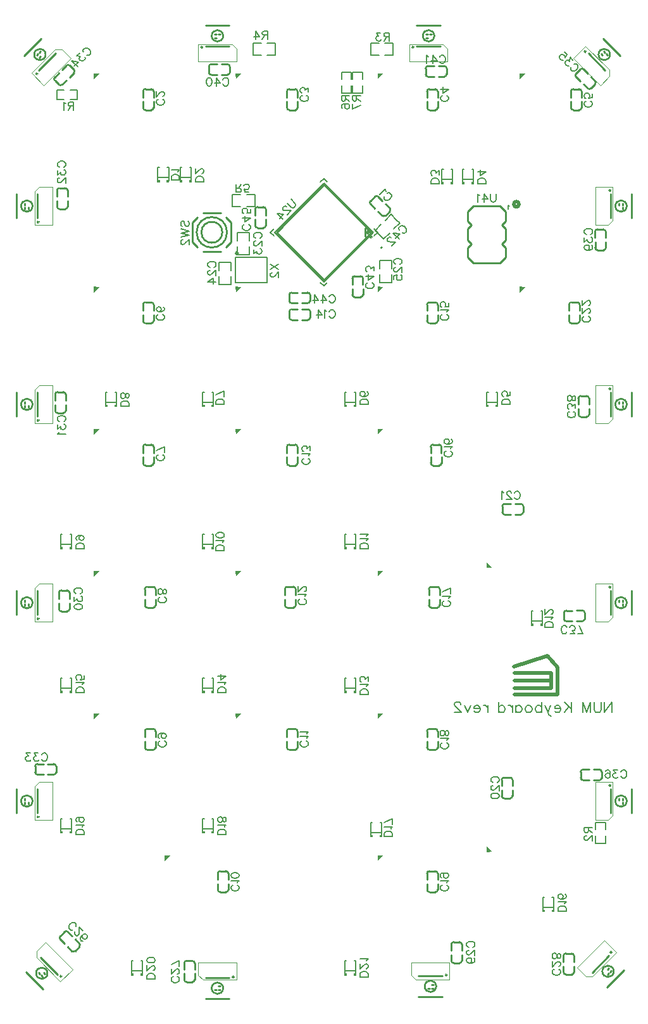
<source format=gbo>
G04 Layer: BottomSilkLayer*
G04 EasyEDA v6.4.25, 2022-01-12T17:41:50+11:00*
G04 b283f75f143d4e94901ecfe3ecf6c149,bd1e99ad82f14e1cb325c08acf502db4,10*
G04 Gerber Generator version 0.2*
G04 Scale: 100 percent, Rotated: No, Reflected: No *
G04 Dimensions in millimeters *
G04 leading zeros omitted , absolute positions ,4 integer and 5 decimal *
%FSLAX45Y45*%
%MOMM*%

%ADD10C,0.2540*%
%ADD11C,0.5000*%
%ADD22C,0.3000*%
%ADD44C,0.1520*%
%ADD45C,0.1524*%
%ADD46C,0.2000*%
%ADD47C,0.1016*%
%ADD48C,0.2032*%

%LPD*%
D48*
X8100009Y-9273636D02*
G01*
X8100009Y-9416818D01*
X8100009Y-9273636D02*
G01*
X8004556Y-9416818D01*
X8004556Y-9273636D02*
G01*
X8004556Y-9416818D01*
X7959554Y-9273636D02*
G01*
X7959554Y-9375909D01*
X7952737Y-9396364D01*
X7939100Y-9410000D01*
X7918645Y-9416818D01*
X7905009Y-9416818D01*
X7884556Y-9410000D01*
X7870918Y-9396364D01*
X7864101Y-9375909D01*
X7864101Y-9273636D01*
X7819100Y-9273636D02*
G01*
X7819100Y-9416818D01*
X7819100Y-9273636D02*
G01*
X7764556Y-9416818D01*
X7710009Y-9273636D02*
G01*
X7764556Y-9416818D01*
X7710009Y-9273636D02*
G01*
X7710009Y-9416818D01*
X7560010Y-9273636D02*
G01*
X7560010Y-9416818D01*
X7464557Y-9273636D02*
G01*
X7560010Y-9369092D01*
X7525918Y-9335000D02*
G01*
X7464557Y-9416818D01*
X7419555Y-9362272D02*
G01*
X7337737Y-9362272D01*
X7337737Y-9348637D01*
X7344557Y-9335000D01*
X7351374Y-9328183D01*
X7365009Y-9321363D01*
X7385464Y-9321363D01*
X7399101Y-9328183D01*
X7412738Y-9341817D01*
X7419555Y-9362272D01*
X7419555Y-9375909D01*
X7412738Y-9396364D01*
X7399101Y-9410000D01*
X7385464Y-9416818D01*
X7365009Y-9416818D01*
X7351374Y-9410000D01*
X7337737Y-9396364D01*
X7285918Y-9321363D02*
G01*
X7245009Y-9416818D01*
X7204102Y-9321363D02*
G01*
X7245009Y-9416818D01*
X7258646Y-9444090D01*
X7272284Y-9457728D01*
X7285918Y-9464545D01*
X7292738Y-9464545D01*
X7159101Y-9273636D02*
G01*
X7159101Y-9416818D01*
X7159101Y-9341817D02*
G01*
X7145464Y-9328183D01*
X7131829Y-9321363D01*
X7111375Y-9321363D01*
X7097737Y-9328183D01*
X7084103Y-9341817D01*
X7077283Y-9362272D01*
X7077283Y-9375909D01*
X7084103Y-9396364D01*
X7097737Y-9410000D01*
X7111375Y-9416818D01*
X7131829Y-9416818D01*
X7145464Y-9410000D01*
X7159101Y-9396364D01*
X6998192Y-9321363D02*
G01*
X7011830Y-9328183D01*
X7025464Y-9341817D01*
X7032284Y-9362272D01*
X7032284Y-9375909D01*
X7025464Y-9396364D01*
X7011830Y-9410000D01*
X6998192Y-9416818D01*
X6977738Y-9416818D01*
X6964103Y-9410000D01*
X6950466Y-9396364D01*
X6943648Y-9375909D01*
X6943648Y-9362272D01*
X6950466Y-9341817D01*
X6964103Y-9328183D01*
X6977738Y-9321363D01*
X6998192Y-9321363D01*
X6816829Y-9321363D02*
G01*
X6816829Y-9416818D01*
X6816829Y-9341817D02*
G01*
X6830466Y-9328183D01*
X6844103Y-9321363D01*
X6864558Y-9321363D01*
X6878193Y-9328183D01*
X6891830Y-9341817D01*
X6898647Y-9362272D01*
X6898647Y-9375909D01*
X6891830Y-9396364D01*
X6878193Y-9410000D01*
X6864558Y-9416818D01*
X6844103Y-9416818D01*
X6830466Y-9410000D01*
X6816829Y-9396364D01*
X6771830Y-9321363D02*
G01*
X6771830Y-9416818D01*
X6771830Y-9362272D02*
G01*
X6765010Y-9341817D01*
X6751375Y-9328183D01*
X6737738Y-9321363D01*
X6717284Y-9321363D01*
X6590466Y-9273636D02*
G01*
X6590466Y-9416818D01*
X6590466Y-9341817D02*
G01*
X6604104Y-9328183D01*
X6617738Y-9321363D01*
X6638193Y-9321363D01*
X6651830Y-9328183D01*
X6665465Y-9341817D01*
X6672285Y-9362272D01*
X6672285Y-9375909D01*
X6665465Y-9396364D01*
X6651830Y-9410000D01*
X6638193Y-9416818D01*
X6617738Y-9416818D01*
X6604104Y-9410000D01*
X6590466Y-9396364D01*
X6440467Y-9321363D02*
G01*
X6440467Y-9416818D01*
X6440467Y-9362272D02*
G01*
X6433649Y-9341817D01*
X6420012Y-9328183D01*
X6406375Y-9321363D01*
X6385920Y-9321363D01*
X6340922Y-9362272D02*
G01*
X6259103Y-9362272D01*
X6259103Y-9348637D01*
X6265920Y-9335000D01*
X6272740Y-9328183D01*
X6286375Y-9321363D01*
X6306830Y-9321363D01*
X6320467Y-9328183D01*
X6334104Y-9341817D01*
X6340922Y-9362272D01*
X6340922Y-9375909D01*
X6334104Y-9396364D01*
X6320467Y-9410000D01*
X6306830Y-9416818D01*
X6286375Y-9416818D01*
X6272740Y-9410000D01*
X6259103Y-9396364D01*
X6214104Y-9321363D02*
G01*
X6173195Y-9416818D01*
X6132286Y-9321363D02*
G01*
X6173195Y-9416818D01*
X6080467Y-9307728D02*
G01*
X6080467Y-9300908D01*
X6073650Y-9287273D01*
X6066830Y-9280453D01*
X6053195Y-9273636D01*
X6025921Y-9273636D01*
X6012286Y-9280453D01*
X6005466Y-9287273D01*
X5998649Y-9300908D01*
X5998649Y-9314545D01*
X6005466Y-9328183D01*
X6019104Y-9348637D01*
X6087285Y-9416818D01*
X5991832Y-9416818D01*
D45*
X2315316Y-2300003D02*
G01*
X2206353Y-2300000D01*
X2315316Y-2300003D02*
G01*
X2315316Y-2263678D01*
X2310236Y-2247930D01*
X2299822Y-2237770D01*
X2289408Y-2232433D01*
X2273660Y-2227356D01*
X2247752Y-2227356D01*
X2232258Y-2232433D01*
X2221844Y-2237770D01*
X2211430Y-2247930D01*
X2206350Y-2263678D01*
X2206353Y-2300000D01*
X2294488Y-2193066D02*
G01*
X2299822Y-2182652D01*
X2315314Y-2166904D01*
X2206353Y-2166904D01*
X2640317Y-2325001D02*
G01*
X2531353Y-2324999D01*
X2640317Y-2325001D02*
G01*
X2640317Y-2288677D01*
X2635237Y-2272929D01*
X2624823Y-2262769D01*
X2614409Y-2257435D01*
X2598661Y-2252355D01*
X2572753Y-2252355D01*
X2557259Y-2257435D01*
X2546845Y-2262769D01*
X2536431Y-2272929D01*
X2531351Y-2288677D01*
X2531353Y-2324999D01*
X2614409Y-2212731D02*
G01*
X2619489Y-2212731D01*
X2629903Y-2207651D01*
X2635237Y-2202317D01*
X2640317Y-2191903D01*
X2640317Y-2171331D01*
X2635237Y-2160915D01*
X2629903Y-2155581D01*
X2619489Y-2150501D01*
X2609075Y-2150501D01*
X2598661Y-2155581D01*
X2583167Y-2165995D01*
X2531351Y-2218062D01*
X2531353Y-2145167D01*
X5790316Y-2350002D02*
G01*
X5681352Y-2350000D01*
X5790316Y-2350002D02*
G01*
X5790316Y-2313678D01*
X5785236Y-2297930D01*
X5774822Y-2287770D01*
X5764408Y-2282436D01*
X5748660Y-2277356D01*
X5722752Y-2277356D01*
X5707258Y-2282436D01*
X5696844Y-2287770D01*
X5686430Y-2297930D01*
X5681350Y-2313678D01*
X5681352Y-2350000D01*
X5790316Y-2232652D02*
G01*
X5790316Y-2175502D01*
X5748657Y-2206490D01*
X5748660Y-2190996D01*
X5743580Y-2180582D01*
X5738500Y-2175502D01*
X5722752Y-2170165D01*
X5712338Y-2170168D01*
X5696844Y-2175502D01*
X5686430Y-2185916D01*
X5681350Y-2201410D01*
X5681350Y-2216904D01*
X5686430Y-2232652D01*
X5691510Y-2237732D01*
X5701924Y-2243066D01*
X6415316Y-2350002D02*
G01*
X6306352Y-2350000D01*
X6415316Y-2350002D02*
G01*
X6415316Y-2313678D01*
X6410236Y-2297930D01*
X6399822Y-2287770D01*
X6389408Y-2282436D01*
X6373660Y-2277356D01*
X6347752Y-2277356D01*
X6332258Y-2282436D01*
X6321844Y-2287770D01*
X6311430Y-2297930D01*
X6306350Y-2313678D01*
X6306352Y-2350000D01*
X6415316Y-2190996D02*
G01*
X6342672Y-2243066D01*
X6342672Y-2165088D01*
X6415316Y-2190996D02*
G01*
X6306350Y-2190996D01*
X6740316Y-5300002D02*
G01*
X6631353Y-5299999D01*
X6740316Y-5300002D02*
G01*
X6740316Y-5263677D01*
X6735236Y-5247929D01*
X6724822Y-5237769D01*
X6714408Y-5232435D01*
X6698660Y-5227355D01*
X6672752Y-5227355D01*
X6657258Y-5232435D01*
X6646844Y-5237769D01*
X6636430Y-5247929D01*
X6631350Y-5263677D01*
X6631353Y-5299999D01*
X6740316Y-5130584D02*
G01*
X6740316Y-5182651D01*
X6693580Y-5187731D01*
X6698660Y-5182651D01*
X6703994Y-5166903D01*
X6703994Y-5151409D01*
X6698660Y-5135915D01*
X6688500Y-5125501D01*
X6672752Y-5120165D01*
X6662338Y-5120167D01*
X6646844Y-5125501D01*
X6636430Y-5135915D01*
X6631350Y-5151409D01*
X6631350Y-5166903D01*
X6636430Y-5182651D01*
X6641510Y-5187731D01*
X6651924Y-5193065D01*
X4840315Y-5300002D02*
G01*
X4731351Y-5299999D01*
X4840315Y-5300002D02*
G01*
X4840315Y-5263677D01*
X4835235Y-5247929D01*
X4824821Y-5237769D01*
X4814407Y-5232435D01*
X4798659Y-5227355D01*
X4772751Y-5227355D01*
X4757257Y-5232435D01*
X4746843Y-5237769D01*
X4736429Y-5247929D01*
X4731349Y-5263677D01*
X4731351Y-5299999D01*
X4824821Y-5130581D02*
G01*
X4835235Y-5135915D01*
X4840315Y-5151409D01*
X4840315Y-5161823D01*
X4835235Y-5177317D01*
X4819487Y-5187731D01*
X4793579Y-5193065D01*
X4767671Y-5193065D01*
X4746843Y-5187731D01*
X4736429Y-5177317D01*
X4731349Y-5161823D01*
X4731349Y-5156489D01*
X4736429Y-5140995D01*
X4746843Y-5130581D01*
X4762337Y-5125501D01*
X4767671Y-5125501D01*
X4783167Y-5130581D01*
X4793579Y-5140995D01*
X4798656Y-5156489D01*
X4798656Y-5161823D01*
X4793579Y-5177317D01*
X4783167Y-5187731D01*
X4767671Y-5193065D01*
X2915315Y-5300002D02*
G01*
X2806352Y-5299999D01*
X2915315Y-5300002D02*
G01*
X2915315Y-5263677D01*
X2910235Y-5247929D01*
X2899821Y-5237769D01*
X2889407Y-5232435D01*
X2873659Y-5227355D01*
X2847751Y-5227355D01*
X2832257Y-5232435D01*
X2821843Y-5237769D01*
X2811429Y-5247929D01*
X2806349Y-5263677D01*
X2806352Y-5299999D01*
X2915315Y-5120165D02*
G01*
X2806349Y-5172237D01*
X2915315Y-5193063D02*
G01*
X2915315Y-5120165D01*
X1640316Y-5325000D02*
G01*
X1531350Y-5325000D01*
X1640316Y-5325000D02*
G01*
X1640316Y-5288678D01*
X1635236Y-5272930D01*
X1624822Y-5262770D01*
X1614408Y-5257436D01*
X1598660Y-5252356D01*
X1572752Y-5252356D01*
X1557258Y-5257436D01*
X1546844Y-5262770D01*
X1536430Y-5272930D01*
X1531350Y-5288678D01*
X1531350Y-5325000D01*
X1640316Y-5191904D02*
G01*
X1635236Y-5207652D01*
X1624822Y-5212732D01*
X1614408Y-5212732D01*
X1603994Y-5207652D01*
X1598660Y-5197238D01*
X1593580Y-5176410D01*
X1588500Y-5160916D01*
X1578086Y-5150502D01*
X1567672Y-5145168D01*
X1551924Y-5145168D01*
X1541510Y-5150502D01*
X1536430Y-5155582D01*
X1531350Y-5171330D01*
X1531350Y-5191904D01*
X1536430Y-5207652D01*
X1541510Y-5212732D01*
X1551924Y-5218066D01*
X1567672Y-5218066D01*
X1578086Y-5212732D01*
X1588500Y-5202318D01*
X1593580Y-5186824D01*
X1598660Y-5165996D01*
X1603994Y-5155582D01*
X1614408Y-5150502D01*
X1624822Y-5150502D01*
X1635236Y-5155582D01*
X1640316Y-5171330D01*
X1640316Y-5191904D01*
X1040315Y-7224999D02*
G01*
X931349Y-7224999D01*
X1040315Y-7224999D02*
G01*
X1040315Y-7188677D01*
X1035235Y-7172929D01*
X1024821Y-7162769D01*
X1014407Y-7157435D01*
X998659Y-7152355D01*
X972751Y-7152355D01*
X957257Y-7157435D01*
X946843Y-7162769D01*
X936429Y-7172929D01*
X931349Y-7188677D01*
X931349Y-7224999D01*
X1003993Y-7050501D02*
G01*
X988499Y-7055581D01*
X978085Y-7065995D01*
X972751Y-7081489D01*
X972751Y-7086823D01*
X978085Y-7102317D01*
X988499Y-7112731D01*
X1003993Y-7118065D01*
X1009073Y-7118065D01*
X1024821Y-7112731D01*
X1035235Y-7102317D01*
X1040315Y-7086823D01*
X1040315Y-7081489D01*
X1035235Y-7065995D01*
X1024821Y-7055581D01*
X1003993Y-7050501D01*
X978085Y-7050501D01*
X951923Y-7055581D01*
X936429Y-7065995D01*
X931349Y-7081489D01*
X931349Y-7091903D01*
X936429Y-7107651D01*
X946843Y-7112731D01*
X2915315Y-7250003D02*
G01*
X2806352Y-7250000D01*
X2915315Y-7250003D02*
G01*
X2915315Y-7213678D01*
X2910235Y-7197930D01*
X2899821Y-7187770D01*
X2889407Y-7182436D01*
X2873659Y-7177356D01*
X2847751Y-7177356D01*
X2832257Y-7182436D01*
X2821843Y-7187770D01*
X2811429Y-7197930D01*
X2806349Y-7213678D01*
X2806352Y-7250000D01*
X2894487Y-7143066D02*
G01*
X2899821Y-7132652D01*
X2915315Y-7116904D01*
X2806349Y-7116904D01*
X2915315Y-7051629D02*
G01*
X2910235Y-7067120D01*
X2894487Y-7077534D01*
X2868579Y-7082614D01*
X2853085Y-7082614D01*
X2826923Y-7077534D01*
X2811429Y-7067120D01*
X2806352Y-7051626D01*
X2806349Y-7041210D01*
X2811429Y-7025464D01*
X2826923Y-7015050D01*
X2853085Y-7009970D01*
X2868579Y-7009970D01*
X2894487Y-7015050D01*
X2910235Y-7025464D01*
X2915315Y-7041210D01*
X2915315Y-7051629D01*
X4840315Y-7225002D02*
G01*
X4731351Y-7224999D01*
X4840315Y-7225002D02*
G01*
X4840315Y-7188677D01*
X4835235Y-7172929D01*
X4824821Y-7162769D01*
X4814407Y-7157435D01*
X4798659Y-7152355D01*
X4772751Y-7152355D01*
X4757257Y-7157435D01*
X4746843Y-7162769D01*
X4736429Y-7172929D01*
X4731349Y-7188677D01*
X4731351Y-7224999D01*
X4819487Y-7118065D02*
G01*
X4824821Y-7107651D01*
X4840315Y-7091903D01*
X4731349Y-7091903D01*
X4819487Y-7057613D02*
G01*
X4824823Y-7047199D01*
X4840315Y-7031705D01*
X4731349Y-7031705D01*
X7315316Y-8274999D02*
G01*
X7206350Y-8274999D01*
X7315316Y-8274999D02*
G01*
X7315316Y-8238677D01*
X7310236Y-8222929D01*
X7299822Y-8212769D01*
X7289408Y-8207435D01*
X7273660Y-8202355D01*
X7247752Y-8202355D01*
X7232258Y-8207435D01*
X7221844Y-8212769D01*
X7211430Y-8222929D01*
X7206350Y-8238677D01*
X7206350Y-8274999D01*
X7294488Y-8168065D02*
G01*
X7299822Y-8157651D01*
X7315316Y-8141903D01*
X7206350Y-8141903D01*
X7289408Y-8102533D02*
G01*
X7294488Y-8102533D01*
X7304902Y-8097199D01*
X7310236Y-8092119D01*
X7315316Y-8081705D01*
X7315316Y-8060877D01*
X7310236Y-8050463D01*
X7304902Y-8045383D01*
X7294488Y-8040049D01*
X7284074Y-8040049D01*
X7273660Y-8045383D01*
X7258166Y-8055797D01*
X7206350Y-8107613D01*
X7206350Y-8034969D01*
X4840315Y-9175003D02*
G01*
X4731351Y-9175000D01*
X4840315Y-9175003D02*
G01*
X4840315Y-9138678D01*
X4835235Y-9122930D01*
X4824821Y-9112770D01*
X4814407Y-9107436D01*
X4798659Y-9102356D01*
X4772751Y-9102356D01*
X4757257Y-9107436D01*
X4746843Y-9112770D01*
X4736429Y-9122930D01*
X4731349Y-9138678D01*
X4731351Y-9175000D01*
X4819487Y-9068066D02*
G01*
X4824821Y-9057652D01*
X4840315Y-9041904D01*
X4731349Y-9041904D01*
X4840315Y-8997200D02*
G01*
X4840315Y-8940050D01*
X4798659Y-8971292D01*
X4798659Y-8955798D01*
X4793579Y-8945384D01*
X4788499Y-8940050D01*
X4772751Y-8934970D01*
X4762337Y-8934970D01*
X4746843Y-8940050D01*
X4736429Y-8950464D01*
X4731349Y-8966210D01*
X4731349Y-8981706D01*
X4736429Y-8997200D01*
X4741511Y-9002534D01*
X4751923Y-9007614D01*
X2940316Y-9150002D02*
G01*
X2831353Y-9149999D01*
X2940316Y-9150002D02*
G01*
X2940316Y-9113677D01*
X2935236Y-9097929D01*
X2924822Y-9087769D01*
X2914408Y-9082435D01*
X2898660Y-9077355D01*
X2872752Y-9077355D01*
X2857258Y-9082435D01*
X2846844Y-9087769D01*
X2836430Y-9097929D01*
X2831350Y-9113677D01*
X2831353Y-9149999D01*
X2919488Y-9043065D02*
G01*
X2924822Y-9032651D01*
X2940316Y-9016903D01*
X2831350Y-9016903D01*
X2940316Y-8930797D02*
G01*
X2867672Y-8982613D01*
X2867672Y-8904889D01*
X2940316Y-8930797D02*
G01*
X2831350Y-8930797D01*
X1040315Y-9150002D02*
G01*
X931351Y-9149999D01*
X1040315Y-9150002D02*
G01*
X1040315Y-9113677D01*
X1035235Y-9097929D01*
X1024821Y-9087769D01*
X1014407Y-9082435D01*
X998659Y-9077355D01*
X972751Y-9077355D01*
X957257Y-9082435D01*
X946843Y-9087769D01*
X936429Y-9097929D01*
X931349Y-9113677D01*
X931351Y-9149999D01*
X1019487Y-9043065D02*
G01*
X1024821Y-9032651D01*
X1040315Y-9016903D01*
X931349Y-9016903D01*
X1040315Y-8920383D02*
G01*
X1040315Y-8972199D01*
X993579Y-8977533D01*
X998659Y-8972202D01*
X1003993Y-8956705D01*
X1003993Y-8941211D01*
X998659Y-8925463D01*
X988499Y-8915049D01*
X972751Y-8909969D01*
X962337Y-8909969D01*
X946843Y-8915049D01*
X936429Y-8925463D01*
X931349Y-8941208D01*
X931349Y-8956705D01*
X936429Y-8972199D01*
X941511Y-8977533D01*
X951923Y-8982613D01*
X7490315Y-12075002D02*
G01*
X7381351Y-12074999D01*
X7490315Y-12075002D02*
G01*
X7490315Y-12038677D01*
X7485235Y-12022929D01*
X7474821Y-12012769D01*
X7464407Y-12007435D01*
X7448659Y-12002355D01*
X7422751Y-12002355D01*
X7407257Y-12007435D01*
X7396843Y-12012769D01*
X7386429Y-12022929D01*
X7381349Y-12038677D01*
X7381351Y-12074999D01*
X7469487Y-11968065D02*
G01*
X7474821Y-11957651D01*
X7490315Y-11941903D01*
X7381349Y-11941903D01*
X7474823Y-11845383D02*
G01*
X7485235Y-11850463D01*
X7490315Y-11866209D01*
X7490315Y-11876628D01*
X7485235Y-11892119D01*
X7469487Y-11902533D01*
X7443579Y-11907613D01*
X7417671Y-11907613D01*
X7396840Y-11902533D01*
X7386429Y-11892119D01*
X7381351Y-11876625D01*
X7381351Y-11871291D01*
X7386429Y-11855797D01*
X7396843Y-11845386D01*
X7412337Y-11840049D01*
X7417671Y-11840049D01*
X7433165Y-11845383D01*
X7443579Y-11855797D01*
X7448659Y-11871291D01*
X7448659Y-11876625D01*
X7443579Y-11892119D01*
X7433165Y-11902533D01*
X7417671Y-11907613D01*
X5165316Y-11075001D02*
G01*
X5056350Y-11074999D01*
X5165316Y-11075001D02*
G01*
X5165316Y-11038677D01*
X5160236Y-11022929D01*
X5149822Y-11012769D01*
X5139408Y-11007435D01*
X5123660Y-11002355D01*
X5097752Y-11002355D01*
X5082258Y-11007435D01*
X5071844Y-11012769D01*
X5061430Y-11022929D01*
X5056350Y-11038677D01*
X5056350Y-11074999D01*
X5144488Y-10968065D02*
G01*
X5149822Y-10957651D01*
X5165316Y-10941903D01*
X5056350Y-10941903D01*
X5165316Y-10834969D02*
G01*
X5056350Y-10887039D01*
X5165316Y-10907613D02*
G01*
X5165316Y-10834969D01*
X2940316Y-11050003D02*
G01*
X2831353Y-11050000D01*
X2940316Y-11050003D02*
G01*
X2940316Y-11013678D01*
X2935236Y-10997930D01*
X2924822Y-10987770D01*
X2914408Y-10982436D01*
X2898660Y-10977356D01*
X2872752Y-10977356D01*
X2857258Y-10982436D01*
X2846844Y-10987770D01*
X2836430Y-10997930D01*
X2831350Y-11013678D01*
X2831353Y-11050000D01*
X2919488Y-10943066D02*
G01*
X2924822Y-10932652D01*
X2940316Y-10916904D01*
X2831350Y-10916904D01*
X2940316Y-10856706D02*
G01*
X2935236Y-10872200D01*
X2924825Y-10877534D01*
X2914408Y-10877537D01*
X2903992Y-10872200D01*
X2898660Y-10862040D01*
X2893580Y-10841212D01*
X2888500Y-10825464D01*
X2878086Y-10815050D01*
X2867672Y-10809970D01*
X2851924Y-10809970D01*
X2841510Y-10815050D01*
X2836430Y-10820384D01*
X2831353Y-10835878D01*
X2831350Y-10856706D01*
X2836430Y-10872200D01*
X2841513Y-10877534D01*
X2851924Y-10882614D01*
X2867672Y-10882614D01*
X2878086Y-10877534D01*
X2888500Y-10867120D01*
X2893580Y-10851626D01*
X2898660Y-10830798D01*
X2903992Y-10820384D01*
X2914408Y-10815050D01*
X2924822Y-10815050D01*
X2935236Y-10820384D01*
X2940316Y-10835876D01*
X2940316Y-10856706D01*
X1040315Y-11050000D02*
G01*
X931349Y-11050000D01*
X1040315Y-11050000D02*
G01*
X1040315Y-11013678D01*
X1035235Y-10997930D01*
X1024821Y-10987770D01*
X1014407Y-10982436D01*
X998659Y-10977356D01*
X972751Y-10977356D01*
X957257Y-10982436D01*
X946843Y-10987770D01*
X936429Y-10997930D01*
X931349Y-11013678D01*
X931349Y-11050000D01*
X1019487Y-10943066D02*
G01*
X1024821Y-10932652D01*
X1040315Y-10916904D01*
X931349Y-10916904D01*
X1003993Y-10815050D02*
G01*
X988499Y-10820384D01*
X978085Y-10830798D01*
X972751Y-10846292D01*
X972751Y-10851626D01*
X978085Y-10867120D01*
X988499Y-10877534D01*
X1003993Y-10882614D01*
X1009073Y-10882614D01*
X1024821Y-10877534D01*
X1035235Y-10867120D01*
X1040315Y-10851626D01*
X1040315Y-10846292D01*
X1035235Y-10830798D01*
X1024821Y-10820384D01*
X1003993Y-10815050D01*
X978085Y-10815050D01*
X951923Y-10820384D01*
X936429Y-10830798D01*
X931349Y-10846292D01*
X931349Y-10856706D01*
X936429Y-10872200D01*
X946843Y-10877534D01*
X1990316Y-12975003D02*
G01*
X1881352Y-12975000D01*
X1990316Y-12975003D02*
G01*
X1990316Y-12938678D01*
X1985236Y-12922930D01*
X1974822Y-12912770D01*
X1964408Y-12907436D01*
X1948660Y-12902356D01*
X1922752Y-12902356D01*
X1907258Y-12907436D01*
X1896844Y-12912770D01*
X1886430Y-12922930D01*
X1881350Y-12938678D01*
X1881352Y-12975000D01*
X1964408Y-12862732D02*
G01*
X1969488Y-12862732D01*
X1979902Y-12857652D01*
X1985236Y-12852318D01*
X1990316Y-12841904D01*
X1990316Y-12821333D01*
X1985236Y-12810916D01*
X1979902Y-12805582D01*
X1969488Y-12800502D01*
X1959074Y-12800502D01*
X1948660Y-12805582D01*
X1933166Y-12815996D01*
X1881350Y-12868064D01*
X1881352Y-12795168D01*
X1990316Y-12729890D02*
G01*
X1985236Y-12745384D01*
X1969488Y-12755798D01*
X1943580Y-12760878D01*
X1928083Y-12760878D01*
X1901924Y-12755798D01*
X1886430Y-12745384D01*
X1881350Y-12729890D01*
X1881350Y-12719479D01*
X1886430Y-12703728D01*
X1901924Y-12693314D01*
X1928086Y-12688234D01*
X1943580Y-12688234D01*
X1969488Y-12693314D01*
X1985236Y-12703728D01*
X1990316Y-12719479D01*
X1990316Y-12729890D01*
X4840315Y-12950002D02*
G01*
X4731351Y-12949999D01*
X4840315Y-12950002D02*
G01*
X4840315Y-12913677D01*
X4835235Y-12897929D01*
X4824821Y-12887769D01*
X4814407Y-12882435D01*
X4798659Y-12877355D01*
X4772751Y-12877355D01*
X4757257Y-12882435D01*
X4746843Y-12887769D01*
X4736429Y-12897929D01*
X4731349Y-12913677D01*
X4731351Y-12949999D01*
X4814407Y-12837731D02*
G01*
X4819487Y-12837731D01*
X4829901Y-12832651D01*
X4835235Y-12827317D01*
X4840315Y-12816903D01*
X4840315Y-12796332D01*
X4835235Y-12785915D01*
X4829901Y-12780581D01*
X4819487Y-12775501D01*
X4809073Y-12775501D01*
X4798659Y-12780581D01*
X4783165Y-12790995D01*
X4731349Y-12843062D01*
X4731351Y-12770167D01*
X4819487Y-12735877D02*
G01*
X4824821Y-12725463D01*
X4840315Y-12709969D01*
X4731349Y-12709969D01*
X3809240Y-2558646D02*
G01*
X3864345Y-2613751D01*
X3871694Y-2628447D01*
X3871694Y-2643141D01*
X3864345Y-2657838D01*
X3857000Y-2665183D01*
X3842303Y-2672532D01*
X3827609Y-2672532D01*
X3812913Y-2665183D01*
X3757808Y-2610078D01*
X3748255Y-2656367D02*
G01*
X3744582Y-2652694D01*
X3733561Y-2649019D01*
X3726213Y-2649019D01*
X3715191Y-2652694D01*
X3700498Y-2667388D01*
X3696822Y-2678409D01*
X3696822Y-2685757D01*
X3700498Y-2696778D01*
X3707846Y-2704127D01*
X3718867Y-2707800D01*
X3737234Y-2711472D01*
X3810708Y-2711472D01*
X3759276Y-2762905D01*
X3621145Y-2746740D02*
G01*
X3709314Y-2761437D01*
X3654209Y-2816542D01*
X3621145Y-2746740D02*
G01*
X3698293Y-2823890D01*
X6729801Y-2650858D02*
G01*
X6725229Y-2648572D01*
X6718371Y-2641714D01*
X6718371Y-2690228D01*
X6549994Y-2484770D02*
G01*
X6549994Y-2562702D01*
X6544800Y-2578287D01*
X6534409Y-2588679D01*
X6518821Y-2593873D01*
X6508429Y-2593873D01*
X6492844Y-2588679D01*
X6482453Y-2578287D01*
X6477259Y-2562702D01*
X6477259Y-2484770D01*
X6391013Y-2484770D02*
G01*
X6442969Y-2557505D01*
X6365036Y-2557505D01*
X6391013Y-2484770D02*
G01*
X6391013Y-2593873D01*
X6330746Y-2505552D02*
G01*
X6320355Y-2500355D01*
X6304770Y-2484770D01*
X6304770Y-2593873D01*
X3070943Y-2465402D02*
G01*
X3070943Y-2356436D01*
X3070943Y-2465402D02*
G01*
X3117679Y-2465402D01*
X3133173Y-2460322D01*
X3138507Y-2454988D01*
X3143587Y-2444574D01*
X3143587Y-2434160D01*
X3138507Y-2423746D01*
X3133173Y-2418666D01*
X3117679Y-2413586D01*
X3070943Y-2413586D01*
X3107265Y-2413586D02*
G01*
X3143587Y-2356436D01*
X3240361Y-2465402D02*
G01*
X3188291Y-2465402D01*
X3183211Y-2418666D01*
X3188291Y-2423746D01*
X3204039Y-2429080D01*
X3219533Y-2429080D01*
X3235027Y-2423746D01*
X3245441Y-2413586D01*
X3250775Y-2397838D01*
X3250775Y-2387424D01*
X3245441Y-2371930D01*
X3235027Y-2361516D01*
X3219533Y-2356436D01*
X3204039Y-2356436D01*
X3188291Y-2361516D01*
X3183211Y-2366596D01*
X3177877Y-2377010D01*
X3335591Y-3077971D02*
G01*
X3325177Y-3072637D01*
X3314763Y-3062223D01*
X3309683Y-3052063D01*
X3309683Y-3031236D01*
X3314763Y-3020821D01*
X3325177Y-3010407D01*
X3335591Y-3005073D01*
X3351339Y-2999994D01*
X3377247Y-2999994D01*
X3392741Y-3005073D01*
X3403155Y-3010407D01*
X3413569Y-3020821D01*
X3418649Y-3031236D01*
X3418649Y-3052063D01*
X3413569Y-3062223D01*
X3403155Y-3072637D01*
X3392741Y-3077971D01*
X3335591Y-3117342D02*
G01*
X3330511Y-3117342D01*
X3320097Y-3122676D01*
X3314763Y-3127755D01*
X3309683Y-3138170D01*
X3309683Y-3158997D01*
X3314763Y-3169412D01*
X3320097Y-3174492D01*
X3330511Y-3179826D01*
X3340925Y-3179826D01*
X3351339Y-3174492D01*
X3366830Y-3164078D01*
X3418646Y-3112262D01*
X3418649Y-3184905D01*
X3309683Y-3229610D02*
G01*
X3309683Y-3286760D01*
X3351339Y-3255518D01*
X3351339Y-3271265D01*
X3356419Y-3281679D01*
X3361499Y-3286760D01*
X3377247Y-3292096D01*
X3387661Y-3292094D01*
X3403155Y-3286760D01*
X3413569Y-3276345D01*
X3418649Y-3260852D01*
X3418649Y-3245104D01*
X3413569Y-3229610D01*
X3408489Y-3224529D01*
X3398075Y-3219195D01*
X2722829Y-3468552D02*
G01*
X2712415Y-3463218D01*
X2701998Y-3452799D01*
X2696921Y-3442644D01*
X2696921Y-3421814D01*
X2702001Y-3411397D01*
X2712415Y-3400988D01*
X2722829Y-3395654D01*
X2738577Y-3390567D01*
X2764487Y-3390572D01*
X2779979Y-3395654D01*
X2790395Y-3400986D01*
X2800807Y-3411400D01*
X2805884Y-3421811D01*
X2805887Y-3442644D01*
X2800809Y-3452804D01*
X2790393Y-3463218D01*
X2779979Y-3468552D01*
X2722829Y-3507917D02*
G01*
X2717749Y-3507920D01*
X2707335Y-3513251D01*
X2702001Y-3518331D01*
X2696918Y-3528750D01*
X2696923Y-3549576D01*
X2701998Y-3559990D01*
X2707335Y-3565067D01*
X2717746Y-3570401D01*
X2728163Y-3570406D01*
X2738579Y-3565070D01*
X2754066Y-3554653D01*
X2805882Y-3502837D01*
X2805887Y-3575484D01*
X2696923Y-3661844D02*
G01*
X2769565Y-3609774D01*
X2769570Y-3687752D01*
X2696923Y-3661844D02*
G01*
X2805889Y-3661844D01*
X5256639Y-2966915D02*
G01*
X5253047Y-2955780D01*
X5253047Y-2941053D01*
X5256639Y-2930276D01*
X5271366Y-2915549D01*
X5282323Y-2911777D01*
X5297050Y-2911777D01*
X5308185Y-2915368D01*
X5322912Y-2922912D01*
X5341233Y-2941231D01*
X5348597Y-2955780D01*
X5352188Y-2966915D01*
X5352188Y-2981642D01*
X5348417Y-2992600D01*
X5333690Y-3007326D01*
X5322912Y-3010918D01*
X5308185Y-3010918D01*
X5297050Y-3007326D01*
X5177434Y-3009480D02*
G01*
X5265440Y-3024210D01*
X5210302Y-3079348D01*
X5177434Y-3009480D02*
G01*
X5254482Y-3086531D01*
X5149415Y-3074139D02*
G01*
X5145821Y-3070547D01*
X5134686Y-3066956D01*
X5127322Y-3066775D01*
X5116367Y-3070547D01*
X5101640Y-3085274D01*
X5097868Y-3096232D01*
X5098046Y-3103595D01*
X5101640Y-3114730D01*
X5109004Y-3122094D01*
X5120139Y-3125685D01*
X5138458Y-3129277D01*
X5211737Y-3129277D01*
X5160370Y-3180646D01*
X5210571Y-3427978D02*
G01*
X5200157Y-3422644D01*
X5189743Y-3412230D01*
X5184663Y-3402070D01*
X5184663Y-3381242D01*
X5189743Y-3370828D01*
X5200157Y-3360414D01*
X5210571Y-3355080D01*
X5226319Y-3350000D01*
X5252227Y-3350000D01*
X5267721Y-3355080D01*
X5278135Y-3360414D01*
X5288549Y-3370828D01*
X5293629Y-3381242D01*
X5293629Y-3402070D01*
X5288546Y-3412230D01*
X5278135Y-3422644D01*
X5267721Y-3427978D01*
X5210571Y-3467348D02*
G01*
X5205491Y-3467348D01*
X5195077Y-3472682D01*
X5189740Y-3477762D01*
X5184663Y-3488176D01*
X5184663Y-3509004D01*
X5189743Y-3519418D01*
X5195077Y-3524498D01*
X5205491Y-3529832D01*
X5215905Y-3529832D01*
X5226319Y-3524498D01*
X5241815Y-3514084D01*
X5293629Y-3462271D01*
X5293629Y-3534912D01*
X5184663Y-3631686D02*
G01*
X5184663Y-3579616D01*
X5231399Y-3574536D01*
X5226319Y-3579616D01*
X5220985Y-3595110D01*
X5220985Y-3610858D01*
X5226319Y-3626352D01*
X5236479Y-3636766D01*
X5252227Y-3642100D01*
X5262641Y-3642100D01*
X5278135Y-3636766D01*
X5288549Y-3626352D01*
X5293629Y-3610856D01*
X5293629Y-3595110D01*
X5288549Y-3579616D01*
X5283469Y-3574536D01*
X5273055Y-3569202D01*
X5125003Y-334688D02*
G01*
X5125003Y-443654D01*
X5125003Y-334688D02*
G01*
X5078267Y-334688D01*
X5062773Y-339768D01*
X5057439Y-345102D01*
X5052359Y-355516D01*
X5052359Y-365930D01*
X5057439Y-376344D01*
X5062773Y-381424D01*
X5078267Y-386504D01*
X5125003Y-386504D01*
X5088681Y-386504D02*
G01*
X5052359Y-443651D01*
X5007655Y-334688D02*
G01*
X4950503Y-334688D01*
X4981496Y-376344D01*
X4965999Y-376344D01*
X4955585Y-381424D01*
X4950503Y-386504D01*
X4945171Y-402254D01*
X4945171Y-412666D01*
X4950505Y-428160D01*
X4960919Y-438574D01*
X4976413Y-443654D01*
X4991907Y-443654D01*
X5007655Y-438574D01*
X5012735Y-433494D01*
X5018069Y-423080D01*
X3496929Y-311724D02*
G01*
X3496929Y-420690D01*
X3496929Y-311724D02*
G01*
X3450196Y-311721D01*
X3434699Y-316801D01*
X3429365Y-322135D01*
X3424288Y-332549D01*
X3424288Y-342963D01*
X3429365Y-353377D01*
X3434699Y-358457D01*
X3450196Y-363537D01*
X3496929Y-363540D01*
X3460607Y-363537D02*
G01*
X3424288Y-420684D01*
X3337925Y-311724D02*
G01*
X3389998Y-384365D01*
X3312020Y-384365D01*
X3337925Y-311724D02*
G01*
X3337928Y-420687D01*
X891920Y-12318362D02*
G01*
X880785Y-12321954D01*
X866056Y-12321954D01*
X855281Y-12318362D01*
X840552Y-12303633D01*
X836782Y-12292677D01*
X836782Y-12277951D01*
X840374Y-12266815D01*
X847918Y-12252086D01*
X866236Y-12233767D01*
X880785Y-12226404D01*
X891920Y-12222810D01*
X906647Y-12222810D01*
X917602Y-12226582D01*
X932332Y-12241311D01*
X935923Y-12252086D01*
X935923Y-12266815D01*
X932332Y-12277951D01*
X919759Y-12346200D02*
G01*
X916167Y-12349792D01*
X912573Y-12360927D01*
X912395Y-12368291D01*
X916167Y-12379246D01*
X930894Y-12393975D01*
X941849Y-12397747D01*
X949213Y-12397567D01*
X960348Y-12393975D01*
X967714Y-12386612D01*
X971306Y-12375476D01*
X974897Y-12357155D01*
X974897Y-12283876D01*
X1026264Y-12335243D01*
X1028600Y-12469769D02*
G01*
X1017463Y-12473360D01*
X1002916Y-12465997D01*
X995553Y-12458633D01*
X988189Y-12444084D01*
X991961Y-12425586D01*
X1006508Y-12403493D01*
X1024829Y-12385174D01*
X1043327Y-12374219D01*
X1058054Y-12374219D01*
X1072603Y-12381583D01*
X1076195Y-12385174D01*
X1083739Y-12399901D01*
X1083739Y-12414628D01*
X1076375Y-12429177D01*
X1072603Y-12432949D01*
X1058054Y-12440312D01*
X1043327Y-12440312D01*
X1028600Y-12432769D01*
X1025006Y-12429177D01*
X1017643Y-12414628D01*
X1017643Y-12399901D01*
X1024829Y-12385174D01*
X2289401Y-12947014D02*
G01*
X2299815Y-12952351D01*
X2310229Y-12962765D01*
X2315309Y-12972922D01*
X2315309Y-12993753D01*
X2310229Y-13004167D01*
X2299815Y-13014579D01*
X2289401Y-13019912D01*
X2273650Y-13024995D01*
X2247745Y-13024995D01*
X2232251Y-13019912D01*
X2221834Y-13014581D01*
X2211423Y-13004167D01*
X2206343Y-12993753D01*
X2206343Y-12972922D01*
X2211423Y-12962765D01*
X2221837Y-12952351D01*
X2232251Y-12947014D01*
X2289401Y-12907647D02*
G01*
X2294481Y-12907647D01*
X2304895Y-12902313D01*
X2310229Y-12897233D01*
X2315306Y-12886819D01*
X2315309Y-12865991D01*
X2310229Y-12855577D01*
X2304895Y-12850497D01*
X2294483Y-12845163D01*
X2284067Y-12845161D01*
X2273653Y-12850497D01*
X2258159Y-12860911D01*
X2206343Y-12912727D01*
X2206343Y-12840083D01*
X2315309Y-12732895D02*
G01*
X2206345Y-12784965D01*
X2315309Y-12805793D02*
G01*
X2315309Y-12732895D01*
X7389416Y-12847015D02*
G01*
X7399830Y-12852349D01*
X7410244Y-12862765D01*
X7415324Y-12872923D01*
X7415324Y-12893753D01*
X7410241Y-12904165D01*
X7399830Y-12914579D01*
X7389416Y-12919913D01*
X7373665Y-12924993D01*
X7347760Y-12924993D01*
X7332266Y-12919913D01*
X7321849Y-12914581D01*
X7311435Y-12904167D01*
X7306358Y-12893753D01*
X7306358Y-12872923D01*
X7311435Y-12862765D01*
X7321852Y-12852349D01*
X7332266Y-12847015D01*
X7389416Y-12807645D02*
G01*
X7394496Y-12807645D01*
X7404910Y-12802313D01*
X7410241Y-12797231D01*
X7415321Y-12786819D01*
X7415324Y-12765989D01*
X7410244Y-12755575D01*
X7404910Y-12750497D01*
X7394496Y-12745163D01*
X7384082Y-12745161D01*
X7373668Y-12750495D01*
X7358174Y-12760911D01*
X7306358Y-12812727D01*
X7306358Y-12740083D01*
X7415324Y-12679883D02*
G01*
X7410241Y-12695377D01*
X7399830Y-12700457D01*
X7389416Y-12700457D01*
X7379002Y-12695377D01*
X7373668Y-12684965D01*
X7368588Y-12664135D01*
X7363508Y-12648643D01*
X7353094Y-12638229D01*
X7342680Y-12632893D01*
X7326932Y-12632893D01*
X7316518Y-12638227D01*
X7311435Y-12643309D01*
X7306358Y-12659055D01*
X7306358Y-12679883D01*
X7311438Y-12695377D01*
X7316518Y-12700457D01*
X7326932Y-12705791D01*
X7342680Y-12705791D01*
X7353094Y-12700459D01*
X7363508Y-12690045D01*
X7368588Y-12674549D01*
X7373665Y-12653721D01*
X7378999Y-12643309D01*
X7389416Y-12638227D01*
X7399830Y-12638227D01*
X7410244Y-12643309D01*
X7415324Y-12659055D01*
X7415324Y-12679883D01*
X6185598Y-12552959D02*
G01*
X6175184Y-12547625D01*
X6164770Y-12537211D01*
X6159690Y-12527051D01*
X6159690Y-12506223D01*
X6164770Y-12495809D01*
X6175184Y-12485395D01*
X6185598Y-12480061D01*
X6201346Y-12474981D01*
X6227254Y-12474981D01*
X6242748Y-12480061D01*
X6253162Y-12485395D01*
X6263576Y-12495809D01*
X6268656Y-12506223D01*
X6268656Y-12527051D01*
X6263576Y-12537211D01*
X6253162Y-12547625D01*
X6242748Y-12552959D01*
X6185598Y-12592329D02*
G01*
X6180518Y-12592329D01*
X6170104Y-12597663D01*
X6164770Y-12602743D01*
X6159690Y-12613157D01*
X6159690Y-12633985D01*
X6164770Y-12644399D01*
X6170104Y-12649479D01*
X6180518Y-12654813D01*
X6190932Y-12654813D01*
X6201346Y-12649479D01*
X6216840Y-12639065D01*
X6268656Y-12587249D01*
X6268656Y-12659893D01*
X6196012Y-12761747D02*
G01*
X6211506Y-12756667D01*
X6221920Y-12746253D01*
X6227254Y-12730505D01*
X6227254Y-12725425D01*
X6221920Y-12709931D01*
X6211506Y-12699517D01*
X6196012Y-12694183D01*
X6190932Y-12694183D01*
X6175184Y-12699517D01*
X6164770Y-12709931D01*
X6159690Y-12725425D01*
X6159690Y-12730505D01*
X6164770Y-12746253D01*
X6175184Y-12756667D01*
X6196012Y-12761747D01*
X6221920Y-12761747D01*
X6248082Y-12756667D01*
X6263576Y-12746253D01*
X6268656Y-12730505D01*
X6268656Y-12720091D01*
X6263576Y-12704597D01*
X6253162Y-12699517D01*
X935586Y-7827977D02*
G01*
X925172Y-7822641D01*
X914758Y-7812227D01*
X909678Y-7802069D01*
X909678Y-7781239D01*
X914758Y-7770825D01*
X925172Y-7760413D01*
X935586Y-7755079D01*
X951336Y-7749997D01*
X977242Y-7749997D01*
X992736Y-7755079D01*
X1003152Y-7760411D01*
X1013564Y-7770825D01*
X1018644Y-7781239D01*
X1018644Y-7802069D01*
X1013564Y-7812227D01*
X1003150Y-7822641D01*
X992736Y-7827977D01*
X909678Y-7872679D02*
G01*
X909678Y-7929829D01*
X951334Y-7898587D01*
X951336Y-7914081D01*
X956414Y-7924495D01*
X961494Y-7929829D01*
X977242Y-7934909D01*
X987656Y-7934909D01*
X1003152Y-7929829D01*
X1013564Y-7919415D01*
X1018644Y-7903667D01*
X1018644Y-7888175D01*
X1013564Y-7872679D01*
X1008484Y-7867345D01*
X998067Y-7862265D01*
X909678Y-8000441D02*
G01*
X914758Y-7984947D01*
X930506Y-7974533D01*
X956414Y-7969199D01*
X971908Y-7969199D01*
X998070Y-7974533D01*
X1013564Y-7984947D01*
X1018644Y-8000441D01*
X1018644Y-8010855D01*
X1013564Y-8026349D01*
X998070Y-8036763D01*
X971908Y-8042097D01*
X956414Y-8042097D01*
X930506Y-8036763D01*
X914758Y-8026349D01*
X909678Y-8010855D01*
X909678Y-8000441D01*
X710600Y-5527984D02*
G01*
X700186Y-5522648D01*
X689772Y-5512234D01*
X684692Y-5502076D01*
X684692Y-5481246D01*
X689772Y-5470832D01*
X700186Y-5460420D01*
X710600Y-5455086D01*
X726351Y-5450004D01*
X752256Y-5450004D01*
X767750Y-5455086D01*
X778167Y-5460418D01*
X788578Y-5470832D01*
X793658Y-5481246D01*
X793658Y-5502076D01*
X788578Y-5512234D01*
X778164Y-5522648D01*
X767750Y-5527984D01*
X684692Y-5572686D02*
G01*
X684692Y-5629836D01*
X726348Y-5598594D01*
X726351Y-5614088D01*
X731428Y-5624502D01*
X736508Y-5629836D01*
X752256Y-5634916D01*
X762670Y-5634916D01*
X778167Y-5629836D01*
X788578Y-5619422D01*
X793658Y-5603674D01*
X793658Y-5588182D01*
X788578Y-5572686D01*
X783498Y-5567352D01*
X773082Y-5562272D01*
X705520Y-5669206D02*
G01*
X700186Y-5679620D01*
X684692Y-5695114D01*
X793658Y-5695114D01*
X710608Y-2127989D02*
G01*
X700194Y-2122655D01*
X689780Y-2112241D01*
X684700Y-2102081D01*
X684700Y-2081253D01*
X689780Y-2070839D01*
X700194Y-2060425D01*
X710608Y-2055091D01*
X726356Y-2050011D01*
X752264Y-2050011D01*
X767758Y-2055091D01*
X778172Y-2060425D01*
X788586Y-2070839D01*
X793666Y-2081253D01*
X793666Y-2102081D01*
X788586Y-2112241D01*
X778172Y-2122655D01*
X767758Y-2127989D01*
X684700Y-2172693D02*
G01*
X684700Y-2229843D01*
X726356Y-2198601D01*
X726356Y-2214095D01*
X731436Y-2224509D01*
X736516Y-2229843D01*
X752264Y-2234923D01*
X762678Y-2234923D01*
X778172Y-2229843D01*
X788586Y-2219429D01*
X793666Y-2203681D01*
X793666Y-2188187D01*
X788586Y-2172693D01*
X783506Y-2167359D01*
X773092Y-2162279D01*
X710608Y-2274547D02*
G01*
X705528Y-2274547D01*
X695114Y-2279627D01*
X689780Y-2284961D01*
X684700Y-2295121D01*
X684700Y-2315949D01*
X689780Y-2326363D01*
X695114Y-2331697D01*
X705528Y-2336777D01*
X715942Y-2336777D01*
X726356Y-2331697D01*
X741850Y-2321283D01*
X793666Y-2269213D01*
X793666Y-2342111D01*
X472419Y-9983993D02*
G01*
X477756Y-9973579D01*
X488170Y-9963165D01*
X498327Y-9958085D01*
X519158Y-9958085D01*
X529572Y-9963165D01*
X539983Y-9973579D01*
X545317Y-9983993D01*
X550400Y-9999743D01*
X550400Y-10025649D01*
X545317Y-10041143D01*
X539986Y-10051559D01*
X529572Y-10061971D01*
X519158Y-10067051D01*
X498327Y-10067051D01*
X488170Y-10061971D01*
X477756Y-10051557D01*
X472419Y-10041143D01*
X427718Y-9958085D02*
G01*
X370568Y-9958085D01*
X401810Y-9999741D01*
X386316Y-9999743D01*
X375902Y-10004821D01*
X370568Y-10009901D01*
X365488Y-10025649D01*
X365488Y-10036063D01*
X370568Y-10051559D01*
X380982Y-10061971D01*
X396730Y-10067051D01*
X412221Y-10067051D01*
X427718Y-10061971D01*
X433052Y-10056891D01*
X438132Y-10046474D01*
X320786Y-9958085D02*
G01*
X263634Y-9958085D01*
X294876Y-9999743D01*
X279128Y-9999743D01*
X268714Y-10004821D01*
X263634Y-10009901D01*
X258300Y-10025649D01*
X258300Y-10036063D01*
X263634Y-10051557D01*
X274048Y-10061971D01*
X289542Y-10067051D01*
X305290Y-10067051D01*
X320784Y-10061971D01*
X325864Y-10056891D01*
X331198Y-10046477D01*
X1031626Y-591931D02*
G01*
X1028034Y-580796D01*
X1028034Y-566066D01*
X1031626Y-555292D01*
X1046355Y-540562D01*
X1057310Y-536793D01*
X1072037Y-536793D01*
X1083172Y-540385D01*
X1097902Y-547928D01*
X1116220Y-566247D01*
X1123584Y-580796D01*
X1127178Y-591931D01*
X1127178Y-606658D01*
X1123406Y-617613D01*
X1108676Y-632343D01*
X1097902Y-635934D01*
X1083172Y-635934D01*
X1072037Y-632343D01*
X981697Y-605221D02*
G01*
X941285Y-645632D01*
X992832Y-652995D01*
X981877Y-663953D01*
X978105Y-674908D01*
X977925Y-682271D01*
X985469Y-696998D01*
X992832Y-704364D01*
X1007381Y-711728D01*
X1022108Y-711728D01*
X1036835Y-704184D01*
X1047790Y-693229D01*
X1055156Y-678680D01*
X1055334Y-671316D01*
X1051562Y-660359D01*
X876627Y-710290D02*
G01*
X964813Y-724839D01*
X909675Y-779978D01*
X876627Y-710290D02*
G01*
X953678Y-787341D01*
X7593820Y-752843D02*
G01*
X7604955Y-749251D01*
X7619685Y-749251D01*
X7630459Y-752843D01*
X7645189Y-767572D01*
X7648958Y-778527D01*
X7648958Y-793254D01*
X7645366Y-804390D01*
X7637823Y-819119D01*
X7619504Y-837437D01*
X7604955Y-844801D01*
X7593820Y-848395D01*
X7579093Y-848395D01*
X7568138Y-844623D01*
X7553408Y-829894D01*
X7549817Y-819119D01*
X7549817Y-804390D01*
X7553408Y-793254D01*
X7580530Y-702914D02*
G01*
X7540119Y-662503D01*
X7532756Y-714049D01*
X7521798Y-703094D01*
X7510843Y-699322D01*
X7503480Y-699142D01*
X7488753Y-706686D01*
X7481387Y-714049D01*
X7474023Y-728598D01*
X7474023Y-743325D01*
X7481567Y-758052D01*
X7492522Y-769007D01*
X7507071Y-776373D01*
X7514435Y-776551D01*
X7525392Y-772779D01*
X7468097Y-590481D02*
G01*
X7504917Y-627301D01*
X7475461Y-663940D01*
X7475461Y-656755D01*
X7468278Y-642028D01*
X7457140Y-630892D01*
X7442413Y-623707D01*
X7427866Y-623529D01*
X7412959Y-630892D01*
X7405596Y-638256D01*
X7398410Y-652983D01*
X7398410Y-667712D01*
X7405773Y-682259D01*
X7416909Y-693394D01*
X7431458Y-700758D01*
X7438641Y-700758D01*
X7449776Y-697166D01*
X8222043Y-10210599D02*
G01*
X8227380Y-10200185D01*
X8237794Y-10189771D01*
X8247951Y-10184691D01*
X8268782Y-10184691D01*
X8279196Y-10189771D01*
X8289607Y-10200185D01*
X8294941Y-10210599D01*
X8300024Y-10226349D01*
X8300024Y-10252255D01*
X8294941Y-10267749D01*
X8289610Y-10278165D01*
X8279196Y-10288577D01*
X8268782Y-10293657D01*
X8247951Y-10293657D01*
X8237794Y-10288577D01*
X8227380Y-10278163D01*
X8222043Y-10267749D01*
X8177342Y-10184691D02*
G01*
X8120192Y-10184691D01*
X8151434Y-10226347D01*
X8135940Y-10226349D01*
X8125526Y-10231427D01*
X8120192Y-10236507D01*
X8115112Y-10252255D01*
X8115112Y-10262669D01*
X8120192Y-10278165D01*
X8130606Y-10288577D01*
X8146354Y-10293657D01*
X8161845Y-10293657D01*
X8177342Y-10288577D01*
X8182676Y-10283497D01*
X8187756Y-10273080D01*
X8018335Y-10200185D02*
G01*
X8023672Y-10189771D01*
X8039166Y-10184691D01*
X8049580Y-10184691D01*
X8065074Y-10189771D01*
X8075488Y-10205519D01*
X8080822Y-10231427D01*
X8080822Y-10257335D01*
X8075488Y-10278163D01*
X8065074Y-10288577D01*
X8049580Y-10293657D01*
X8044500Y-10293657D01*
X8028752Y-10288577D01*
X8018338Y-10278165D01*
X8013258Y-10262669D01*
X8013258Y-10257335D01*
X8018338Y-10241841D01*
X8028752Y-10231427D01*
X8044500Y-10226349D01*
X8049580Y-10226347D01*
X8065074Y-10231427D01*
X8075488Y-10241841D01*
X8080822Y-10257335D01*
X7502994Y-8339406D02*
G01*
X7497658Y-8349820D01*
X7487244Y-8360234D01*
X7477086Y-8365314D01*
X7456256Y-8365314D01*
X7445842Y-8360234D01*
X7435430Y-8349820D01*
X7430096Y-8339406D01*
X7425014Y-8323656D01*
X7425014Y-8297750D01*
X7430096Y-8282256D01*
X7435428Y-8271840D01*
X7445842Y-8261428D01*
X7456256Y-8256348D01*
X7477086Y-8256348D01*
X7487244Y-8261428D01*
X7497658Y-8271842D01*
X7502994Y-8282256D01*
X7547696Y-8365314D02*
G01*
X7604846Y-8365314D01*
X7573604Y-8323658D01*
X7589098Y-8323656D01*
X7599512Y-8318578D01*
X7604846Y-8313498D01*
X7609926Y-8297750D01*
X7609926Y-8287336D01*
X7604846Y-8271840D01*
X7594432Y-8261428D01*
X7578684Y-8256348D01*
X7563192Y-8256348D01*
X7547696Y-8261428D01*
X7542362Y-8266508D01*
X7537282Y-8276925D01*
X7717114Y-8365314D02*
G01*
X7665044Y-8256351D01*
X7644216Y-8365314D02*
G01*
X7717114Y-8365314D01*
X7589405Y-5397012D02*
G01*
X7599819Y-5402348D01*
X7610233Y-5412762D01*
X7615313Y-5422920D01*
X7615313Y-5443750D01*
X7610233Y-5454164D01*
X7599819Y-5464576D01*
X7589405Y-5469910D01*
X7573655Y-5474992D01*
X7547749Y-5474992D01*
X7532255Y-5469910D01*
X7521839Y-5464578D01*
X7511427Y-5454164D01*
X7506347Y-5443750D01*
X7506347Y-5422920D01*
X7511427Y-5412762D01*
X7521841Y-5402348D01*
X7532255Y-5397012D01*
X7615313Y-5352310D02*
G01*
X7615313Y-5295160D01*
X7573657Y-5326402D01*
X7573655Y-5310908D01*
X7568577Y-5300494D01*
X7563497Y-5295160D01*
X7547749Y-5290080D01*
X7537335Y-5290080D01*
X7521839Y-5295160D01*
X7511427Y-5305574D01*
X7506347Y-5321322D01*
X7506347Y-5336814D01*
X7511427Y-5352310D01*
X7516507Y-5357644D01*
X7526924Y-5362724D01*
X7615313Y-5229882D02*
G01*
X7610233Y-5245376D01*
X7599819Y-5250456D01*
X7589405Y-5250456D01*
X7578991Y-5245376D01*
X7573657Y-5234962D01*
X7568577Y-5214134D01*
X7563497Y-5198640D01*
X7553083Y-5188226D01*
X7542669Y-5182892D01*
X7526921Y-5182892D01*
X7516507Y-5188226D01*
X7511427Y-5193306D01*
X7506347Y-5209054D01*
X7506347Y-5229882D01*
X7511427Y-5245376D01*
X7516507Y-5250456D01*
X7526921Y-5255790D01*
X7542669Y-5255790D01*
X7553083Y-5250456D01*
X7563497Y-5240042D01*
X7568577Y-5224548D01*
X7573655Y-5203720D01*
X7578991Y-5193306D01*
X7589405Y-5188226D01*
X7599819Y-5188226D01*
X7610233Y-5193306D01*
X7615313Y-5209054D01*
X7615313Y-5229882D01*
X7760594Y-3027984D02*
G01*
X7750180Y-3022648D01*
X7739766Y-3012234D01*
X7734686Y-3002076D01*
X7734686Y-2981246D01*
X7739766Y-2970832D01*
X7750180Y-2960420D01*
X7760594Y-2955086D01*
X7776344Y-2950004D01*
X7802250Y-2950004D01*
X7817744Y-2955086D01*
X7828160Y-2960418D01*
X7838572Y-2970832D01*
X7843652Y-2981246D01*
X7843652Y-3002076D01*
X7838572Y-3012234D01*
X7828158Y-3022648D01*
X7817744Y-3027984D01*
X7734686Y-3072686D02*
G01*
X7734686Y-3129836D01*
X7776342Y-3098594D01*
X7776344Y-3114088D01*
X7781422Y-3124502D01*
X7786502Y-3129836D01*
X7802250Y-3134916D01*
X7812664Y-3134916D01*
X7828160Y-3129836D01*
X7838572Y-3119422D01*
X7843652Y-3103674D01*
X7843652Y-3088182D01*
X7838572Y-3072686D01*
X7833492Y-3067352D01*
X7823075Y-3062272D01*
X7771008Y-3236770D02*
G01*
X7786502Y-3231690D01*
X7796916Y-3221276D01*
X7802250Y-3205528D01*
X7802250Y-3200448D01*
X7796916Y-3184954D01*
X7786502Y-3174540D01*
X7771008Y-3169206D01*
X7765928Y-3169206D01*
X7750180Y-3174540D01*
X7739766Y-3184954D01*
X7734686Y-3200448D01*
X7734686Y-3205528D01*
X7739766Y-3221276D01*
X7750180Y-3231692D01*
X7771008Y-3236770D01*
X7796916Y-3236770D01*
X7823075Y-3231690D01*
X7838572Y-3221276D01*
X7843652Y-3205528D01*
X7843652Y-3195114D01*
X7838572Y-3179620D01*
X7828158Y-3174540D01*
X2897012Y-960600D02*
G01*
X2902348Y-950186D01*
X2912762Y-939772D01*
X2922920Y-934692D01*
X2943750Y-934692D01*
X2954164Y-939772D01*
X2964576Y-950186D01*
X2969910Y-960600D01*
X2974992Y-976350D01*
X2974992Y-1002256D01*
X2969910Y-1017750D01*
X2964578Y-1028166D01*
X2954164Y-1038578D01*
X2943750Y-1043658D01*
X2922920Y-1043658D01*
X2912762Y-1038578D01*
X2902348Y-1028164D01*
X2897012Y-1017750D01*
X2810908Y-934692D02*
G01*
X2862724Y-1007336D01*
X2784746Y-1007336D01*
X2810908Y-934692D02*
G01*
X2810908Y-1043658D01*
X2719468Y-934692D02*
G01*
X2734962Y-939772D01*
X2745376Y-955520D01*
X2750456Y-981428D01*
X2750456Y-996922D01*
X2745376Y-1023084D01*
X2734962Y-1038578D01*
X2719468Y-1043658D01*
X2709054Y-1043658D01*
X2693306Y-1038578D01*
X2682892Y-1023084D01*
X2677812Y-996922D01*
X2677812Y-981428D01*
X2682892Y-955520D01*
X2693306Y-939772D01*
X2709054Y-934692D01*
X2719468Y-934692D01*
X5797021Y-660582D02*
G01*
X5802355Y-650168D01*
X5812769Y-639754D01*
X5822929Y-634674D01*
X5843757Y-634674D01*
X5854171Y-639754D01*
X5864585Y-650168D01*
X5869919Y-660582D01*
X5874999Y-676330D01*
X5874999Y-702238D01*
X5869919Y-717732D01*
X5864585Y-728146D01*
X5854171Y-738560D01*
X5843757Y-743640D01*
X5822929Y-743640D01*
X5812769Y-738560D01*
X5802355Y-728146D01*
X5797021Y-717732D01*
X5710915Y-634674D02*
G01*
X5762731Y-707318D01*
X5684753Y-707318D01*
X5710915Y-634674D02*
G01*
X5710915Y-743640D01*
X5650463Y-655502D02*
G01*
X5640049Y-650168D01*
X5624555Y-634674D01*
X5624555Y-743640D01*
X5097884Y-2477757D02*
G01*
X5109019Y-2474165D01*
X5123748Y-2474165D01*
X5134523Y-2477757D01*
X5149253Y-2492486D01*
X5153022Y-2503441D01*
X5153022Y-2518168D01*
X5149430Y-2529304D01*
X5141887Y-2544033D01*
X5123568Y-2562352D01*
X5109019Y-2569715D01*
X5097884Y-2573309D01*
X5083157Y-2573309D01*
X5072202Y-2569537D01*
X5057472Y-2554808D01*
X5053881Y-2544033D01*
X5053881Y-2529304D01*
X5057472Y-2518168D01*
X5077231Y-2449918D02*
G01*
X5073637Y-2438783D01*
X5073637Y-2416873D01*
X4996586Y-2493921D01*
X3534671Y-3424984D02*
G01*
X3643637Y-3497628D01*
X3534671Y-3497628D02*
G01*
X3643637Y-3424984D01*
X3560579Y-3537252D02*
G01*
X3555499Y-3537252D01*
X3545085Y-3542332D01*
X3539751Y-3547666D01*
X3534671Y-3558080D01*
X3534671Y-3578654D01*
X3539751Y-3589068D01*
X3545085Y-3594402D01*
X3555499Y-3599482D01*
X3565913Y-3599482D01*
X3576327Y-3594402D01*
X3591821Y-3583988D01*
X3643637Y-3531918D01*
X3643637Y-3604816D01*
X7734686Y-10950003D02*
G01*
X7843652Y-10950003D01*
X7734686Y-10950003D02*
G01*
X7734686Y-10996739D01*
X7739766Y-11012233D01*
X7745100Y-11017567D01*
X7755514Y-11022647D01*
X7765928Y-11022647D01*
X7776344Y-11017567D01*
X7781422Y-11012233D01*
X7786502Y-10996739D01*
X7786502Y-10950003D01*
X7786502Y-10986328D02*
G01*
X7843652Y-11022647D01*
X7760594Y-11062274D02*
G01*
X7755511Y-11062271D01*
X7745100Y-11067351D01*
X7739766Y-11072685D01*
X7734686Y-11083096D01*
X7734686Y-11103673D01*
X7739766Y-11114087D01*
X7745100Y-11119421D01*
X7755514Y-11124501D01*
X7765928Y-11124501D01*
X7776344Y-11119421D01*
X7791836Y-11109007D01*
X7843652Y-11056937D01*
X7843652Y-11129835D01*
X900010Y-1259690D02*
G01*
X900010Y-1368656D01*
X900010Y-1259690D02*
G01*
X853274Y-1259690D01*
X837780Y-1264770D01*
X832446Y-1270104D01*
X827366Y-1280518D01*
X827366Y-1290932D01*
X832446Y-1301348D01*
X837780Y-1306426D01*
X853274Y-1311506D01*
X900010Y-1311506D01*
X863686Y-1311506D02*
G01*
X827366Y-1368656D01*
X793076Y-1280518D02*
G01*
X782662Y-1275184D01*
X766917Y-1259690D01*
X766917Y-1368656D01*
X2089414Y-1222103D02*
G01*
X2099828Y-1227188D01*
X2110242Y-1237599D01*
X2115322Y-1248011D01*
X2115322Y-1268841D01*
X2110242Y-1279255D01*
X2099828Y-1289667D01*
X2089414Y-1294752D01*
X2073663Y-1300083D01*
X2047758Y-1300083D01*
X2032264Y-1294752D01*
X2021847Y-1289669D01*
X2011436Y-1279255D01*
X2006356Y-1268841D01*
X2006356Y-1248011D01*
X2011436Y-1237599D01*
X2021847Y-1227185D01*
X2032264Y-1222103D01*
X2089411Y-1182481D02*
G01*
X2094496Y-1182481D01*
X2104908Y-1177401D01*
X2110242Y-1172067D01*
X2115319Y-1161907D01*
X2115322Y-1141079D01*
X2110242Y-1130665D01*
X2104908Y-1125331D01*
X2094496Y-1120251D01*
X2084080Y-1120249D01*
X2073663Y-1125331D01*
X2058172Y-1135745D01*
X2006356Y-1187815D01*
X2006356Y-1114917D01*
X4016009Y-1172420D02*
G01*
X4026423Y-1177754D01*
X4036837Y-1188168D01*
X4041917Y-1198328D01*
X4041917Y-1219156D01*
X4036837Y-1229570D01*
X4026423Y-1239984D01*
X4016009Y-1245318D01*
X4000261Y-1250398D01*
X3974353Y-1250398D01*
X3958859Y-1245318D01*
X3948445Y-1239984D01*
X3938031Y-1229570D01*
X3932951Y-1219156D01*
X3932951Y-1198328D01*
X3938031Y-1188168D01*
X3948445Y-1177754D01*
X3958859Y-1172420D01*
X4041917Y-1127716D02*
G01*
X4041917Y-1070566D01*
X4000261Y-1101808D01*
X4000261Y-1086314D01*
X3995181Y-1075900D01*
X3990101Y-1070566D01*
X3974353Y-1065486D01*
X3963939Y-1065486D01*
X3948445Y-1070566D01*
X3938031Y-1080980D01*
X3932951Y-1096728D01*
X3932951Y-1112222D01*
X3938031Y-1127716D01*
X3943111Y-1133050D01*
X3953525Y-1138130D01*
X5891009Y-1172420D02*
G01*
X5901423Y-1177754D01*
X5911837Y-1188168D01*
X5916917Y-1198328D01*
X5916917Y-1219156D01*
X5911837Y-1229570D01*
X5901423Y-1239984D01*
X5891009Y-1245318D01*
X5875261Y-1250398D01*
X5849353Y-1250398D01*
X5833859Y-1245318D01*
X5823445Y-1239984D01*
X5813031Y-1229570D01*
X5807951Y-1219156D01*
X5807951Y-1198328D01*
X5813031Y-1188168D01*
X5823445Y-1177754D01*
X5833859Y-1172420D01*
X5916917Y-1086314D02*
G01*
X5844273Y-1138130D01*
X5844273Y-1060152D01*
X5916917Y-1086314D02*
G01*
X5807951Y-1086314D01*
X7814431Y-1247030D02*
G01*
X7824845Y-1252364D01*
X7835259Y-1262778D01*
X7840339Y-1272938D01*
X7840339Y-1293766D01*
X7835259Y-1304180D01*
X7824845Y-1314594D01*
X7814431Y-1319928D01*
X7798683Y-1325008D01*
X7772775Y-1325008D01*
X7757281Y-1319928D01*
X7746867Y-1314594D01*
X7736453Y-1304180D01*
X7731373Y-1293766D01*
X7731373Y-1272938D01*
X7736453Y-1262778D01*
X7746867Y-1252364D01*
X7757281Y-1247030D01*
X7840339Y-1150510D02*
G01*
X7840339Y-1202326D01*
X7793603Y-1207660D01*
X7798683Y-1202326D01*
X7804017Y-1186832D01*
X7804017Y-1171338D01*
X7798683Y-1155590D01*
X7788523Y-1145176D01*
X7772775Y-1140096D01*
X7762361Y-1140096D01*
X7746867Y-1145176D01*
X7736453Y-1155590D01*
X7731373Y-1171338D01*
X7731373Y-1186832D01*
X7736453Y-1202326D01*
X7741533Y-1207660D01*
X7751947Y-1212740D01*
X2089414Y-4097050D02*
G01*
X2099828Y-4102384D01*
X2110242Y-4112798D01*
X2115322Y-4122958D01*
X2115322Y-4143786D01*
X2110242Y-4154200D01*
X2099828Y-4164614D01*
X2089414Y-4169948D01*
X2073666Y-4175028D01*
X2047758Y-4175028D01*
X2032264Y-4169948D01*
X2021850Y-4164614D01*
X2011436Y-4154200D01*
X2006356Y-4143786D01*
X2006356Y-4122958D01*
X2011436Y-4112798D01*
X2021850Y-4102384D01*
X2032264Y-4097050D01*
X2099828Y-4000530D02*
G01*
X2110242Y-4005610D01*
X2115322Y-4021358D01*
X2115322Y-4031518D01*
X2110242Y-4047266D01*
X2094494Y-4057680D01*
X2068586Y-4062760D01*
X2042678Y-4062760D01*
X2021850Y-4057680D01*
X2011436Y-4047266D01*
X2006356Y-4031518D01*
X2006356Y-4026438D01*
X2011436Y-4010944D01*
X2021850Y-4000530D01*
X2037344Y-3995196D01*
X2042678Y-3995196D01*
X2058172Y-4000530D01*
X2068586Y-4010944D01*
X2073666Y-4026438D01*
X2073666Y-4031518D01*
X2068586Y-4047266D01*
X2058172Y-4057680D01*
X2042678Y-4062760D01*
X2089414Y-5972002D02*
G01*
X2099828Y-5977336D01*
X2110242Y-5987750D01*
X2115322Y-5997910D01*
X2115322Y-6018738D01*
X2110242Y-6029152D01*
X2099828Y-6039566D01*
X2089414Y-6044900D01*
X2073666Y-6049980D01*
X2047758Y-6049980D01*
X2032264Y-6044900D01*
X2021850Y-6039566D01*
X2011436Y-6029152D01*
X2006356Y-6018738D01*
X2006356Y-5997910D01*
X2011436Y-5987750D01*
X2021850Y-5977336D01*
X2032264Y-5972002D01*
X2115322Y-5865068D02*
G01*
X2006356Y-5916884D01*
X2115322Y-5937712D02*
G01*
X2115322Y-5865068D01*
X2114392Y-7872006D02*
G01*
X2124806Y-7877340D01*
X2135220Y-7887754D01*
X2140300Y-7897914D01*
X2140300Y-7918742D01*
X2135220Y-7929156D01*
X2124806Y-7939570D01*
X2114392Y-7944904D01*
X2098644Y-7949984D01*
X2072736Y-7949984D01*
X2057242Y-7944904D01*
X2046828Y-7939570D01*
X2036414Y-7929156D01*
X2031334Y-7918742D01*
X2031334Y-7897914D01*
X2036414Y-7887754D01*
X2046828Y-7877340D01*
X2057242Y-7872006D01*
X2140300Y-7811808D02*
G01*
X2135220Y-7827302D01*
X2124806Y-7832636D01*
X2114392Y-7832636D01*
X2103978Y-7827302D01*
X2098644Y-7816888D01*
X2093564Y-7796314D01*
X2088484Y-7780566D01*
X2078070Y-7770152D01*
X2067656Y-7765072D01*
X2051908Y-7765072D01*
X2041494Y-7770152D01*
X2036414Y-7775486D01*
X2031334Y-7790980D01*
X2031334Y-7811808D01*
X2036414Y-7827302D01*
X2041494Y-7832636D01*
X2051908Y-7837716D01*
X2067656Y-7837716D01*
X2078070Y-7832636D01*
X2088484Y-7822222D01*
X2093564Y-7806474D01*
X2098644Y-7785900D01*
X2103978Y-7775486D01*
X2114392Y-7770152D01*
X2124806Y-7770152D01*
X2135220Y-7775486D01*
X2140300Y-7790980D01*
X2140300Y-7811808D01*
X2114392Y-9797008D02*
G01*
X2124806Y-9802342D01*
X2135220Y-9812756D01*
X2140300Y-9822916D01*
X2140300Y-9843744D01*
X2135220Y-9854158D01*
X2124806Y-9864572D01*
X2114392Y-9869906D01*
X2098644Y-9874986D01*
X2072736Y-9874986D01*
X2057242Y-9869906D01*
X2046828Y-9864572D01*
X2036414Y-9854158D01*
X2031334Y-9843744D01*
X2031334Y-9822916D01*
X2036414Y-9812756D01*
X2046828Y-9802342D01*
X2057242Y-9797008D01*
X2103978Y-9695154D02*
G01*
X2088484Y-9700488D01*
X2078070Y-9710902D01*
X2072736Y-9726396D01*
X2072736Y-9731476D01*
X2078070Y-9747224D01*
X2088484Y-9757638D01*
X2103978Y-9762718D01*
X2109058Y-9762718D01*
X2124806Y-9757638D01*
X2135220Y-9747224D01*
X2140300Y-9731476D01*
X2140300Y-9726396D01*
X2135220Y-9710902D01*
X2124806Y-9700488D01*
X2103978Y-9695154D01*
X2078070Y-9695154D01*
X2051908Y-9700488D01*
X2036414Y-9710902D01*
X2031334Y-9726396D01*
X2031334Y-9736810D01*
X2036414Y-9752304D01*
X2046828Y-9757638D01*
X3089386Y-11722013D02*
G01*
X3099800Y-11727347D01*
X3110214Y-11737761D01*
X3115294Y-11747921D01*
X3115294Y-11768749D01*
X3110214Y-11779163D01*
X3099800Y-11789577D01*
X3089386Y-11794911D01*
X3073638Y-11799991D01*
X3047730Y-11799991D01*
X3032236Y-11794911D01*
X3021822Y-11789577D01*
X3011408Y-11779163D01*
X3006328Y-11768749D01*
X3006328Y-11747921D01*
X3011408Y-11737761D01*
X3021822Y-11727347D01*
X3032236Y-11722013D01*
X3094466Y-11687723D02*
G01*
X3099800Y-11677309D01*
X3115294Y-11661815D01*
X3006328Y-11661815D01*
X3115294Y-11596283D02*
G01*
X3110214Y-11612031D01*
X3094466Y-11622191D01*
X3068558Y-11627525D01*
X3053064Y-11627525D01*
X3026902Y-11622191D01*
X3011408Y-11612031D01*
X3006328Y-11596283D01*
X3006328Y-11585869D01*
X3011408Y-11570375D01*
X3026902Y-11559961D01*
X3053064Y-11554881D01*
X3068558Y-11554881D01*
X3094466Y-11559961D01*
X3110214Y-11570375D01*
X3115294Y-11585869D01*
X3115294Y-11596283D01*
X4014424Y-9797034D02*
G01*
X4024838Y-9802368D01*
X4035252Y-9812781D01*
X4040332Y-9822942D01*
X4040332Y-9843770D01*
X4035252Y-9854184D01*
X4024838Y-9864597D01*
X4014424Y-9869931D01*
X3998676Y-9875012D01*
X3972768Y-9875012D01*
X3957274Y-9869931D01*
X3946860Y-9864597D01*
X3936446Y-9854184D01*
X3931366Y-9843770D01*
X3931366Y-9822942D01*
X3936446Y-9812781D01*
X3946860Y-9802368D01*
X3957274Y-9797034D01*
X4019504Y-9762744D02*
G01*
X4024838Y-9752329D01*
X4040332Y-9736836D01*
X3931366Y-9736836D01*
X4019504Y-9702545D02*
G01*
X4024838Y-9692131D01*
X4040332Y-9676637D01*
X3931366Y-9676637D01*
X3989415Y-7897032D02*
G01*
X3999829Y-7902366D01*
X4010243Y-7912780D01*
X4015323Y-7922940D01*
X4015323Y-7943768D01*
X4010243Y-7954182D01*
X3999829Y-7964596D01*
X3989415Y-7969930D01*
X3973667Y-7975010D01*
X3947759Y-7975010D01*
X3932265Y-7969930D01*
X3921851Y-7964596D01*
X3911437Y-7954182D01*
X3906357Y-7943768D01*
X3906357Y-7922940D01*
X3911437Y-7912780D01*
X3921851Y-7902366D01*
X3932265Y-7897032D01*
X3994495Y-7862742D02*
G01*
X3999829Y-7852328D01*
X4015323Y-7836834D01*
X3906357Y-7836834D01*
X3989415Y-7797210D02*
G01*
X3994495Y-7797210D01*
X4004909Y-7792130D01*
X4010243Y-7787050D01*
X4015323Y-7776636D01*
X4015323Y-7755808D01*
X4010243Y-7745394D01*
X4004909Y-7740060D01*
X3994495Y-7734980D01*
X3984081Y-7734980D01*
X3973667Y-7740060D01*
X3958173Y-7750474D01*
X3906357Y-7802544D01*
X3906357Y-7729900D01*
X4039397Y-6022027D02*
G01*
X4049811Y-6027361D01*
X4060225Y-6037775D01*
X4065305Y-6047935D01*
X4065305Y-6068763D01*
X4060225Y-6079177D01*
X4049811Y-6089591D01*
X4039397Y-6094925D01*
X4023649Y-6100005D01*
X3997741Y-6100005D01*
X3982247Y-6094925D01*
X3971833Y-6089591D01*
X3961419Y-6079177D01*
X3956339Y-6068763D01*
X3956339Y-6047935D01*
X3961419Y-6037775D01*
X3971833Y-6027361D01*
X3982247Y-6022027D01*
X4044477Y-5987737D02*
G01*
X4049811Y-5977323D01*
X4065305Y-5961829D01*
X3956339Y-5961829D01*
X4065305Y-5917125D02*
G01*
X4065305Y-5859975D01*
X4023649Y-5891217D01*
X4023649Y-5875469D01*
X4018569Y-5865055D01*
X4013489Y-5859975D01*
X3997741Y-5854895D01*
X3987327Y-5854895D01*
X3971833Y-5859975D01*
X3961419Y-5870389D01*
X3956339Y-5885883D01*
X3956339Y-5901631D01*
X3961419Y-5917125D01*
X3966499Y-5922205D01*
X3976913Y-5927539D01*
X4322038Y-4060581D02*
G01*
X4327372Y-4050167D01*
X4337786Y-4039753D01*
X4347946Y-4034673D01*
X4368774Y-4034673D01*
X4379188Y-4039753D01*
X4389602Y-4050167D01*
X4394936Y-4060581D01*
X4400016Y-4076329D01*
X4400016Y-4102237D01*
X4394936Y-4117731D01*
X4389602Y-4128145D01*
X4379188Y-4138559D01*
X4368774Y-4143639D01*
X4347946Y-4143639D01*
X4337786Y-4138559D01*
X4327372Y-4128145D01*
X4322038Y-4117731D01*
X4287748Y-4055501D02*
G01*
X4277334Y-4050167D01*
X4261840Y-4034673D01*
X4261840Y-4143639D01*
X4175480Y-4034673D02*
G01*
X4227550Y-4107317D01*
X4149572Y-4107317D01*
X4175480Y-4034673D02*
G01*
X4175480Y-4143639D01*
X5889396Y-4097025D02*
G01*
X5899810Y-4102359D01*
X5910224Y-4112773D01*
X5915304Y-4122933D01*
X5915304Y-4143761D01*
X5910224Y-4154175D01*
X5899810Y-4164589D01*
X5889396Y-4169923D01*
X5873648Y-4175003D01*
X5847740Y-4175003D01*
X5832246Y-4169923D01*
X5821832Y-4164589D01*
X5811418Y-4154175D01*
X5806338Y-4143761D01*
X5806338Y-4122933D01*
X5811418Y-4112773D01*
X5821832Y-4102359D01*
X5832246Y-4097025D01*
X5894476Y-4062735D02*
G01*
X5899810Y-4052321D01*
X5915304Y-4036827D01*
X5806338Y-4036827D01*
X5915304Y-3940053D02*
G01*
X5915304Y-3992123D01*
X5868568Y-3997203D01*
X5873648Y-3992123D01*
X5878982Y-3976629D01*
X5878982Y-3960881D01*
X5873648Y-3945387D01*
X5863488Y-3934973D01*
X5847740Y-3929893D01*
X5837326Y-3929893D01*
X5821832Y-3934973D01*
X5811418Y-3945387D01*
X5806338Y-3960881D01*
X5806338Y-3976629D01*
X5811418Y-3992123D01*
X5816498Y-3997203D01*
X5826912Y-4002537D01*
X5941009Y-5922421D02*
G01*
X5951423Y-5927755D01*
X5961837Y-5938169D01*
X5966917Y-5948329D01*
X5966917Y-5969157D01*
X5961837Y-5979571D01*
X5951423Y-5989985D01*
X5941009Y-5995319D01*
X5925261Y-6000399D01*
X5899353Y-6000399D01*
X5883859Y-5995319D01*
X5873445Y-5989985D01*
X5863031Y-5979571D01*
X5857951Y-5969157D01*
X5857951Y-5948329D01*
X5863031Y-5938169D01*
X5873445Y-5927755D01*
X5883859Y-5922421D01*
X5946089Y-5888131D02*
G01*
X5951423Y-5877717D01*
X5966917Y-5862223D01*
X5857951Y-5862223D01*
X5951423Y-5765449D02*
G01*
X5961837Y-5770783D01*
X5966917Y-5786277D01*
X5966917Y-5796691D01*
X5961837Y-5812439D01*
X5946089Y-5822599D01*
X5920181Y-5827933D01*
X5894273Y-5827933D01*
X5873445Y-5822599D01*
X5863031Y-5812439D01*
X5857951Y-5796691D01*
X5857951Y-5791611D01*
X5863031Y-5775863D01*
X5873445Y-5765449D01*
X5888939Y-5760369D01*
X5894273Y-5760369D01*
X5909767Y-5765449D01*
X5920181Y-5775863D01*
X5925261Y-5791611D01*
X5925261Y-5796691D01*
X5920181Y-5812439D01*
X5909767Y-5822599D01*
X5894273Y-5827933D01*
X5914425Y-7922031D02*
G01*
X5924839Y-7927365D01*
X5935253Y-7937779D01*
X5940333Y-7947939D01*
X5940333Y-7968767D01*
X5935253Y-7979181D01*
X5924839Y-7989595D01*
X5914425Y-7994929D01*
X5898677Y-8000009D01*
X5872769Y-8000009D01*
X5857275Y-7994929D01*
X5846861Y-7989595D01*
X5836447Y-7979181D01*
X5831367Y-7968767D01*
X5831367Y-7947939D01*
X5836447Y-7937779D01*
X5846861Y-7927365D01*
X5857275Y-7922031D01*
X5919505Y-7887741D02*
G01*
X5924839Y-7877327D01*
X5940333Y-7861833D01*
X5831367Y-7861833D01*
X5940333Y-7754899D02*
G01*
X5831367Y-7806715D01*
X5940333Y-7827543D02*
G01*
X5940333Y-7754899D01*
X5889421Y-9822007D02*
G01*
X5899835Y-9827343D01*
X5910249Y-9837757D01*
X5915329Y-9847915D01*
X5915329Y-9868745D01*
X5910249Y-9879159D01*
X5899835Y-9889571D01*
X5889421Y-9894905D01*
X5873671Y-9899987D01*
X5847765Y-9899987D01*
X5832271Y-9894905D01*
X5821855Y-9889573D01*
X5811443Y-9879159D01*
X5806363Y-9868745D01*
X5806363Y-9847915D01*
X5811443Y-9837757D01*
X5821857Y-9827343D01*
X5832271Y-9822007D01*
X5894504Y-9787719D02*
G01*
X5899835Y-9777305D01*
X5915327Y-9761811D01*
X5806363Y-9761809D01*
X5915329Y-9701613D02*
G01*
X5910249Y-9717107D01*
X5899835Y-9722187D01*
X5889421Y-9722187D01*
X5879007Y-9717107D01*
X5873673Y-9706693D01*
X5868593Y-9685865D01*
X5863513Y-9670374D01*
X5853099Y-9659957D01*
X5842685Y-9654877D01*
X5826937Y-9654877D01*
X5816523Y-9659957D01*
X5811443Y-9665037D01*
X5806363Y-9680785D01*
X5806363Y-9701613D01*
X5811443Y-9717107D01*
X5816523Y-9722187D01*
X5826937Y-9727521D01*
X5842685Y-9727521D01*
X5853099Y-9722187D01*
X5863513Y-9712027D01*
X5868593Y-9696279D01*
X5873673Y-9675451D01*
X5879007Y-9665037D01*
X5889421Y-9659957D01*
X5899835Y-9659957D01*
X5910249Y-9665037D01*
X5915329Y-9680785D01*
X5915329Y-9701613D01*
X5889421Y-11722013D02*
G01*
X5899835Y-11727347D01*
X5910249Y-11737761D01*
X5915329Y-11747921D01*
X5915329Y-11768749D01*
X5910249Y-11779163D01*
X5899835Y-11789577D01*
X5889421Y-11794911D01*
X5873673Y-11799991D01*
X5847765Y-11799991D01*
X5832271Y-11794911D01*
X5821857Y-11789577D01*
X5811443Y-11779163D01*
X5806363Y-11768749D01*
X5806363Y-11747921D01*
X5811443Y-11737761D01*
X5821857Y-11727347D01*
X5832271Y-11722013D01*
X5894501Y-11687723D02*
G01*
X5899835Y-11677309D01*
X5915329Y-11661815D01*
X5806363Y-11661815D01*
X5879007Y-11559961D02*
G01*
X5863513Y-11565041D01*
X5853099Y-11575455D01*
X5847765Y-11591203D01*
X5847765Y-11596283D01*
X5853099Y-11612031D01*
X5863513Y-11622191D01*
X5879007Y-11627525D01*
X5884087Y-11627525D01*
X5899835Y-11622191D01*
X5910249Y-11612031D01*
X5915329Y-11596283D01*
X5915329Y-11591203D01*
X5910249Y-11575455D01*
X5899835Y-11565041D01*
X5879007Y-11559961D01*
X5853099Y-11559961D01*
X5826937Y-11565041D01*
X5811443Y-11575455D01*
X5806363Y-11591203D01*
X5806363Y-11601617D01*
X5811443Y-11617111D01*
X5821857Y-11622191D01*
X6510578Y-10352958D02*
G01*
X6500164Y-10347622D01*
X6489750Y-10337208D01*
X6484670Y-10327050D01*
X6484670Y-10306220D01*
X6489750Y-10295806D01*
X6500164Y-10285394D01*
X6510578Y-10280060D01*
X6526329Y-10274978D01*
X6552234Y-10274978D01*
X6567728Y-10280060D01*
X6578145Y-10285392D01*
X6588556Y-10295806D01*
X6593636Y-10306220D01*
X6593636Y-10327050D01*
X6588556Y-10337208D01*
X6578142Y-10347622D01*
X6567728Y-10352958D01*
X6510578Y-10392326D02*
G01*
X6505498Y-10392326D01*
X6495084Y-10397660D01*
X6489750Y-10402740D01*
X6484673Y-10413154D01*
X6484670Y-10433982D01*
X6489750Y-10444396D01*
X6495084Y-10449476D01*
X6505496Y-10454810D01*
X6515912Y-10454812D01*
X6526326Y-10449476D01*
X6541820Y-10439062D01*
X6593636Y-10387246D01*
X6593636Y-10459890D01*
X6484670Y-10525422D02*
G01*
X6489750Y-10509928D01*
X6505498Y-10499514D01*
X6531406Y-10494180D01*
X6546900Y-10494180D01*
X6573062Y-10499514D01*
X6588556Y-10509928D01*
X6593636Y-10525422D01*
X6593636Y-10535836D01*
X6588556Y-10551330D01*
X6573062Y-10561744D01*
X6546900Y-10567078D01*
X6531406Y-10567078D01*
X6505498Y-10561744D01*
X6489750Y-10551330D01*
X6484670Y-10535836D01*
X6484670Y-10525422D01*
X6797027Y-6485580D02*
G01*
X6802363Y-6475166D01*
X6812777Y-6464752D01*
X6822935Y-6459672D01*
X6843765Y-6459672D01*
X6854179Y-6464752D01*
X6864591Y-6475166D01*
X6869925Y-6485580D01*
X6875007Y-6501330D01*
X6875007Y-6527236D01*
X6869925Y-6542730D01*
X6864593Y-6553146D01*
X6854179Y-6563558D01*
X6843765Y-6568638D01*
X6822935Y-6568638D01*
X6812777Y-6563558D01*
X6802363Y-6553144D01*
X6797027Y-6542730D01*
X6757659Y-6485580D02*
G01*
X6757659Y-6480500D01*
X6752325Y-6470086D01*
X6747245Y-6464752D01*
X6736831Y-6459674D01*
X6716003Y-6459672D01*
X6705589Y-6464752D01*
X6700509Y-6470086D01*
X6695175Y-6480497D01*
X6695173Y-6490914D01*
X6700509Y-6501328D01*
X6710923Y-6516822D01*
X6762739Y-6568638D01*
X6690095Y-6568638D01*
X6655805Y-6480500D02*
G01*
X6645391Y-6475166D01*
X6629897Y-6459672D01*
X6629897Y-6568638D01*
X7789397Y-4122049D02*
G01*
X7799811Y-4127383D01*
X7810225Y-4137797D01*
X7815305Y-4147957D01*
X7815305Y-4168785D01*
X7810225Y-4179199D01*
X7799811Y-4189613D01*
X7789397Y-4194947D01*
X7773649Y-4200027D01*
X7747741Y-4200027D01*
X7732247Y-4194947D01*
X7721833Y-4189613D01*
X7711419Y-4179199D01*
X7706339Y-4168785D01*
X7706339Y-4147957D01*
X7711419Y-4137797D01*
X7721833Y-4127383D01*
X7732247Y-4122049D01*
X7789397Y-4082679D02*
G01*
X7794477Y-4082679D01*
X7804891Y-4077345D01*
X7810225Y-4072265D01*
X7815305Y-4061851D01*
X7815305Y-4041023D01*
X7810225Y-4030609D01*
X7804891Y-4025529D01*
X7794477Y-4020195D01*
X7784063Y-4020195D01*
X7773649Y-4025529D01*
X7758155Y-4035943D01*
X7706339Y-4087759D01*
X7706339Y-4015115D01*
X7789397Y-3975491D02*
G01*
X7794477Y-3975491D01*
X7804891Y-3970411D01*
X7810225Y-3965077D01*
X7815305Y-3954917D01*
X7815305Y-3934089D01*
X7810225Y-3923675D01*
X7804891Y-3918341D01*
X7794477Y-3913261D01*
X7784063Y-3913261D01*
X7773649Y-3918341D01*
X7758155Y-3928755D01*
X7706339Y-3980825D01*
X7706339Y-3907927D01*
X2350170Y-2922648D02*
G01*
X2339756Y-2912234D01*
X2334676Y-2896740D01*
X2334676Y-2875912D01*
X2339756Y-2860418D01*
X2350170Y-2850004D01*
X2360584Y-2850004D01*
X2370998Y-2855084D01*
X2376332Y-2860418D01*
X2381412Y-2870832D01*
X2391826Y-2902074D01*
X2396906Y-2912234D01*
X2402240Y-2917568D01*
X2412654Y-2922648D01*
X2428148Y-2922648D01*
X2438562Y-2912234D01*
X2443642Y-2896740D01*
X2443642Y-2875912D01*
X2438562Y-2860418D01*
X2428148Y-2850004D01*
X2334676Y-2956938D02*
G01*
X2443642Y-2983100D01*
X2334676Y-3009008D02*
G01*
X2443642Y-2983100D01*
X2334676Y-3009008D02*
G01*
X2443642Y-3034916D01*
X2334676Y-3060824D02*
G01*
X2443642Y-3034916D01*
X2360584Y-3100448D02*
G01*
X2355504Y-3100448D01*
X2345090Y-3105528D01*
X2339756Y-3110862D01*
X2334676Y-3121276D01*
X2334676Y-3142104D01*
X2339756Y-3152264D01*
X2345090Y-3157598D01*
X2355504Y-3162678D01*
X2365918Y-3162678D01*
X2376332Y-3157598D01*
X2391826Y-3147184D01*
X2443642Y-3095114D01*
X2443642Y-3168012D01*
X4484682Y-1175001D02*
G01*
X4593648Y-1175001D01*
X4484682Y-1175001D02*
G01*
X4484682Y-1221737D01*
X4489762Y-1237231D01*
X4495096Y-1242565D01*
X4505510Y-1247645D01*
X4515924Y-1247645D01*
X4526340Y-1242565D01*
X4531418Y-1237231D01*
X4536498Y-1221737D01*
X4536498Y-1175001D01*
X4536498Y-1211326D02*
G01*
X4593648Y-1247645D01*
X4500173Y-1344419D02*
G01*
X4489762Y-1339085D01*
X4484682Y-1323591D01*
X4484682Y-1313179D01*
X4489762Y-1297683D01*
X4505507Y-1287269D01*
X4531418Y-1281935D01*
X4557326Y-1281935D01*
X4578154Y-1287271D01*
X4588568Y-1297683D01*
X4593648Y-1313179D01*
X4593645Y-1318511D01*
X4588568Y-1334005D01*
X4578156Y-1344419D01*
X4562660Y-1349499D01*
X4557326Y-1349499D01*
X4541832Y-1344419D01*
X4531418Y-1334005D01*
X4526338Y-1318511D01*
X4526338Y-1313177D01*
X4531418Y-1297683D01*
X4541832Y-1287269D01*
X4557326Y-1281935D01*
X4634694Y-1175001D02*
G01*
X4743660Y-1175001D01*
X4634694Y-1175001D02*
G01*
X4634694Y-1221737D01*
X4639774Y-1237231D01*
X4645108Y-1242565D01*
X4655522Y-1247645D01*
X4665936Y-1247645D01*
X4676353Y-1242565D01*
X4681430Y-1237231D01*
X4686510Y-1221737D01*
X4686510Y-1175001D01*
X4686510Y-1211326D02*
G01*
X4743660Y-1247645D01*
X4634694Y-1354833D02*
G01*
X4743658Y-1302763D01*
X4634694Y-1281935D02*
G01*
X4634694Y-1354833D01*
X4891008Y-3672418D02*
G01*
X4901422Y-3677754D01*
X4911836Y-3688168D01*
X4916916Y-3698326D01*
X4916916Y-3719156D01*
X4911836Y-3729570D01*
X4901422Y-3739982D01*
X4891008Y-3745316D01*
X4875258Y-3750398D01*
X4849352Y-3750398D01*
X4833858Y-3745316D01*
X4823442Y-3739984D01*
X4813030Y-3729570D01*
X4807950Y-3719156D01*
X4807950Y-3698326D01*
X4813030Y-3688168D01*
X4823444Y-3677754D01*
X4833858Y-3672418D01*
X4916916Y-3586314D02*
G01*
X4844272Y-3638130D01*
X4844272Y-3560152D01*
X4916916Y-3586314D02*
G01*
X4807950Y-3586314D01*
X4916916Y-3515448D02*
G01*
X4916916Y-3458298D01*
X4875260Y-3489540D01*
X4875260Y-3474046D01*
X4870180Y-3463632D01*
X4865100Y-3458298D01*
X4849350Y-3453218D01*
X4838938Y-3453218D01*
X4823444Y-3458298D01*
X4813030Y-3468712D01*
X4807950Y-3484460D01*
X4807950Y-3499954D01*
X4813030Y-3515448D01*
X4818110Y-3520782D01*
X4828524Y-3525862D01*
X4322033Y-3860589D02*
G01*
X4327370Y-3850175D01*
X4337781Y-3839761D01*
X4347941Y-3834683D01*
X4368769Y-3834681D01*
X4379183Y-3839758D01*
X4389597Y-3850175D01*
X4394931Y-3860591D01*
X4400011Y-3876337D01*
X4400011Y-3902245D01*
X4394934Y-3917739D01*
X4389597Y-3928153D01*
X4379183Y-3938567D01*
X4368769Y-3943647D01*
X4347944Y-3943647D01*
X4337781Y-3938567D01*
X4327367Y-3928153D01*
X4322033Y-3917739D01*
X4235927Y-3834681D02*
G01*
X4287743Y-3907325D01*
X4209765Y-3907322D01*
X4235927Y-3834681D02*
G01*
X4235927Y-3943647D01*
X4123659Y-3834681D02*
G01*
X4175475Y-3907322D01*
X4097751Y-3907325D01*
X4123659Y-3834681D02*
G01*
X4123659Y-3943647D01*
X3239416Y-2897027D02*
G01*
X3249830Y-2902364D01*
X3260244Y-2912778D01*
X3265324Y-2922935D01*
X3265324Y-2943766D01*
X3260244Y-2954180D01*
X3249830Y-2964591D01*
X3239416Y-2969925D01*
X3223666Y-2975008D01*
X3197760Y-2975008D01*
X3182266Y-2969925D01*
X3171850Y-2964594D01*
X3161438Y-2954180D01*
X3156358Y-2943766D01*
X3156358Y-2922935D01*
X3161438Y-2912778D01*
X3171852Y-2902364D01*
X3182266Y-2897027D01*
X3265324Y-2810924D02*
G01*
X3192680Y-2862740D01*
X3192680Y-2784762D01*
X3265324Y-2810924D02*
G01*
X3156358Y-2810924D01*
X3265324Y-2688242D02*
G01*
X3265324Y-2740058D01*
X3218588Y-2745392D01*
X3223668Y-2740058D01*
X3229002Y-2724564D01*
X3229002Y-2709070D01*
X3223666Y-2693322D01*
X3213508Y-2682908D01*
X3197758Y-2677828D01*
X3187346Y-2677828D01*
X3171852Y-2682908D01*
X3161438Y-2693322D01*
X3156358Y-2709070D01*
X3156358Y-2724564D01*
X3161438Y-2740058D01*
X3166518Y-2745392D01*
X3176932Y-2750472D01*
G36*
X3068980Y-876909D02*
G01*
X3070453Y-954582D01*
X3141980Y-877925D01*
G37*
G36*
X4968900Y-876909D02*
G01*
X4970373Y-954582D01*
X5041900Y-877925D01*
G37*
G36*
X6869074Y-876909D02*
G01*
X6870547Y-954582D01*
X6942074Y-877925D01*
G37*
G36*
X1169060Y-3727043D02*
G01*
X1170533Y-3804716D01*
X1242060Y-3728059D01*
G37*
G36*
X3068980Y-3727043D02*
G01*
X3070453Y-3804716D01*
X3141980Y-3728059D01*
G37*
G36*
X4969002Y-3726992D02*
G01*
X4970475Y-3804665D01*
X5042001Y-3728008D01*
G37*
G36*
X6869074Y-3727043D02*
G01*
X6870547Y-3804716D01*
X6942074Y-3728059D01*
G37*
G36*
X1169009Y-5627014D02*
G01*
X1170482Y-5704687D01*
X1242009Y-5627979D01*
G37*
G36*
X3068980Y-5626963D02*
G01*
X3070453Y-5704636D01*
X3141980Y-5627979D01*
G37*
G36*
X4968900Y-5626963D02*
G01*
X4970373Y-5704636D01*
X5041900Y-5627979D01*
G37*
G36*
X6428079Y-7407909D02*
G01*
X6427063Y-7480909D01*
X6504736Y-7479436D01*
G37*
G36*
X1169060Y-7526883D02*
G01*
X1170533Y-7604556D01*
X1242060Y-7527899D01*
G37*
G36*
X3068980Y-7526883D02*
G01*
X3070453Y-7604556D01*
X3141980Y-7527899D01*
G37*
G36*
X4968900Y-7526883D02*
G01*
X4970373Y-7604556D01*
X5041900Y-7527899D01*
G37*
G36*
X1169060Y-9427057D02*
G01*
X1170533Y-9504730D01*
X1242060Y-9428073D01*
G37*
G36*
X3068980Y-9427057D02*
G01*
X3070453Y-9504730D01*
X3141980Y-9428073D01*
G37*
G36*
X4968900Y-9427057D02*
G01*
X4970373Y-9504730D01*
X5041900Y-9428073D01*
G37*
G36*
X6428079Y-11208004D02*
G01*
X6427063Y-11281003D01*
X6504736Y-11279530D01*
G37*
G36*
X2119020Y-11326977D02*
G01*
X2120493Y-11404650D01*
X2192020Y-11327993D01*
G37*
G36*
X4968900Y-11326977D02*
G01*
X4970373Y-11404650D01*
X5041900Y-11327993D01*
G37*
G36*
X1169009Y-877011D02*
G01*
X1170482Y-954684D01*
X1242009Y-878027D01*
G37*
G36*
X2144979Y-2302510D02*
G01*
X2144979Y-2332990D01*
X2180234Y-2332990D01*
X2180234Y-2302510D01*
G37*
G36*
X2019757Y-2302510D02*
G01*
X2019757Y-2332990D01*
X2055012Y-2332990D01*
X2055012Y-2302510D01*
G37*
G36*
X2445004Y-2302510D02*
G01*
X2445004Y-2332990D01*
X2480259Y-2332990D01*
X2480259Y-2302510D01*
G37*
G36*
X2319782Y-2302510D02*
G01*
X2319782Y-2332990D01*
X2354986Y-2332990D01*
X2354986Y-2302510D01*
G37*
G36*
X5945022Y-2327503D02*
G01*
X5945022Y-2357983D01*
X5980226Y-2357983D01*
X5980226Y-2327503D01*
G37*
G36*
X5819749Y-2327503D02*
G01*
X5819749Y-2357983D01*
X5855004Y-2357983D01*
X5855004Y-2327503D01*
G37*
G36*
X6220002Y-2327503D02*
G01*
X6220002Y-2357983D01*
X6255258Y-2357983D01*
X6255258Y-2327503D01*
G37*
G36*
X6094780Y-2327503D02*
G01*
X6094780Y-2357983D01*
X6129985Y-2357983D01*
X6129985Y-2327503D01*
G37*
G36*
X6545021Y-5302504D02*
G01*
X6545021Y-5332984D01*
X6580225Y-5332984D01*
X6580225Y-5302504D01*
G37*
G36*
X6419748Y-5302504D02*
G01*
X6419748Y-5332984D01*
X6455003Y-5332984D01*
X6455003Y-5302504D01*
G37*
G36*
X4644999Y-5302504D02*
G01*
X4644999Y-5332984D01*
X4680254Y-5332984D01*
X4680254Y-5302504D01*
G37*
G36*
X4519777Y-5302504D02*
G01*
X4519777Y-5332984D01*
X4554982Y-5332984D01*
X4554982Y-5302504D01*
G37*
G36*
X2744978Y-5302504D02*
G01*
X2744978Y-5332984D01*
X2780233Y-5332984D01*
X2780233Y-5302504D01*
G37*
G36*
X2619756Y-5302504D02*
G01*
X2619756Y-5332984D01*
X2655011Y-5332984D01*
X2655011Y-5302504D01*
G37*
G36*
X1445006Y-5302504D02*
G01*
X1445006Y-5332984D01*
X1480261Y-5332984D01*
X1480261Y-5302504D01*
G37*
G36*
X1319733Y-5302504D02*
G01*
X1319733Y-5332984D01*
X1354988Y-5332984D01*
X1354988Y-5302504D01*
G37*
G36*
X845007Y-7202474D02*
G01*
X845007Y-7232954D01*
X880262Y-7232954D01*
X880262Y-7202474D01*
G37*
G36*
X719734Y-7202474D02*
G01*
X719734Y-7232954D01*
X754989Y-7232954D01*
X754989Y-7202474D01*
G37*
G36*
X2744978Y-7202474D02*
G01*
X2744978Y-7232954D01*
X2780233Y-7232954D01*
X2780233Y-7202474D01*
G37*
G36*
X2619756Y-7202474D02*
G01*
X2619756Y-7232954D01*
X2655011Y-7232954D01*
X2655011Y-7202474D01*
G37*
G36*
X4644999Y-7202474D02*
G01*
X4644999Y-7232954D01*
X4680254Y-7232954D01*
X4680254Y-7202474D01*
G37*
G36*
X4519777Y-7202474D02*
G01*
X4519777Y-7232954D01*
X4554982Y-7232954D01*
X4554982Y-7202474D01*
G37*
G36*
X7145020Y-8227517D02*
G01*
X7145020Y-8257997D01*
X7180224Y-8257997D01*
X7180224Y-8227517D01*
G37*
G36*
X7019747Y-8227517D02*
G01*
X7019747Y-8257997D01*
X7055002Y-8257997D01*
X7055002Y-8227517D01*
G37*
G36*
X4644999Y-9127490D02*
G01*
X4644999Y-9157970D01*
X4680254Y-9157970D01*
X4680254Y-9127490D01*
G37*
G36*
X4519777Y-9127490D02*
G01*
X4519777Y-9157970D01*
X4554982Y-9157970D01*
X4554982Y-9127490D01*
G37*
G36*
X2744978Y-9127490D02*
G01*
X2744978Y-9157970D01*
X2780233Y-9157970D01*
X2780233Y-9127490D01*
G37*
G36*
X2619756Y-9127490D02*
G01*
X2619756Y-9157970D01*
X2655011Y-9157970D01*
X2655011Y-9127490D01*
G37*
G36*
X845007Y-9127490D02*
G01*
X845007Y-9157970D01*
X880262Y-9157970D01*
X880262Y-9127490D01*
G37*
G36*
X719734Y-9127490D02*
G01*
X719734Y-9157970D01*
X754989Y-9157970D01*
X754989Y-9127490D01*
G37*
G36*
X7294981Y-12052503D02*
G01*
X7294981Y-12082983D01*
X7330236Y-12082983D01*
X7330236Y-12052503D01*
G37*
G36*
X7169759Y-12052503D02*
G01*
X7169759Y-12082983D01*
X7205014Y-12082983D01*
X7205014Y-12052503D01*
G37*
G36*
X4995011Y-11052505D02*
G01*
X4995011Y-11082985D01*
X5030266Y-11082985D01*
X5030266Y-11052505D01*
G37*
G36*
X4869738Y-11052505D02*
G01*
X4869738Y-11082985D01*
X4904994Y-11082985D01*
X4904994Y-11052505D01*
G37*
G36*
X2744978Y-11002518D02*
G01*
X2744978Y-11032998D01*
X2780233Y-11032998D01*
X2780233Y-11002518D01*
G37*
G36*
X2619756Y-11002518D02*
G01*
X2619756Y-11032998D01*
X2655011Y-11032998D01*
X2655011Y-11002518D01*
G37*
G36*
X845007Y-11002518D02*
G01*
X845007Y-11032998D01*
X880262Y-11032998D01*
X880262Y-11002518D01*
G37*
G36*
X719734Y-11002518D02*
G01*
X719734Y-11032998D01*
X754989Y-11032998D01*
X754989Y-11002518D01*
G37*
G36*
X1795018Y-12902488D02*
G01*
X1795018Y-12932968D01*
X1830222Y-12932968D01*
X1830222Y-12902488D01*
G37*
G36*
X1669745Y-12902488D02*
G01*
X1669745Y-12932968D01*
X1705000Y-12932968D01*
X1705000Y-12902488D01*
G37*
G36*
X4644999Y-12902488D02*
G01*
X4644999Y-12932968D01*
X4680254Y-12932968D01*
X4680254Y-12902488D01*
G37*
G36*
X4519777Y-12902488D02*
G01*
X4519777Y-12932968D01*
X4554982Y-12932968D01*
X4554982Y-12902488D01*
G37*
D11*
X6799999Y-9175000D02*
G01*
X7374996Y-9175000D01*
X7374996Y-8812499D01*
X7237498Y-8662499D01*
X6793748Y-8806248D01*
X6799999Y-9087502D02*
G01*
X7287498Y-9087502D01*
X7287498Y-8887503D01*
X6799999Y-8887503D01*
X7287501Y-8987502D02*
G01*
X6800004Y-8987502D01*
D10*
X8199605Y-10561896D02*
G01*
X8199605Y-10587296D01*
X8250405Y-10561896D02*
G01*
X8250405Y-10587296D01*
X8250405Y-10612696D02*
G01*
X8250405Y-10638096D01*
X8365002Y-10759998D02*
G01*
X8365002Y-10439994D01*
X8085007Y-10439994D02*
G01*
X8085007Y-10759998D01*
X8058985Y-12830101D02*
G01*
X8041025Y-12848061D01*
X8094906Y-12866022D02*
G01*
X8076945Y-12883982D01*
X8058985Y-12901942D02*
G01*
X8041025Y-12919903D01*
X8035858Y-13087134D02*
G01*
X8262137Y-12860858D01*
X8064149Y-12662870D02*
G01*
X7837873Y-12889148D01*
X5713102Y-13049605D02*
G01*
X5687702Y-13049605D01*
X5713102Y-13100405D02*
G01*
X5687702Y-13100405D01*
X5662302Y-13100405D02*
G01*
X5636902Y-13100405D01*
X5515000Y-13215002D02*
G01*
X5835004Y-13215002D01*
X5835004Y-12935008D02*
G01*
X5515000Y-12935008D01*
X2863103Y-13074604D02*
G01*
X2837703Y-13074604D01*
X2863103Y-13125404D02*
G01*
X2837703Y-13125404D01*
X2812303Y-13125404D02*
G01*
X2786903Y-13125404D01*
X2665001Y-13240001D02*
G01*
X2985005Y-13240001D01*
X2985005Y-12960007D02*
G01*
X2665001Y-12960007D01*
X519899Y-12908986D02*
G01*
X501939Y-12891025D01*
X483979Y-12944906D02*
G01*
X466018Y-12926946D01*
X448058Y-12908986D02*
G01*
X430098Y-12891025D01*
X262867Y-12885859D02*
G01*
X489143Y-13112137D01*
X687130Y-12914149D02*
G01*
X460852Y-12687874D01*
X300395Y-10638101D02*
G01*
X300395Y-10612701D01*
X249595Y-10638101D02*
G01*
X249595Y-10612701D01*
X249595Y-10587301D02*
G01*
X249595Y-10561901D01*
X134998Y-10439999D02*
G01*
X134998Y-10760003D01*
X414992Y-10760003D02*
G01*
X414992Y-10439999D01*
X300395Y-7988101D02*
G01*
X300395Y-7962701D01*
X249595Y-7988101D02*
G01*
X249595Y-7962701D01*
X249595Y-7937301D02*
G01*
X249595Y-7911901D01*
X134998Y-7789999D02*
G01*
X134998Y-8110004D01*
X414992Y-8110004D02*
G01*
X414992Y-7789999D01*
X300395Y-5338102D02*
G01*
X300395Y-5312702D01*
X249595Y-5338102D02*
G01*
X249595Y-5312702D01*
X249595Y-5287302D02*
G01*
X249595Y-5261904D01*
X134998Y-5139999D02*
G01*
X134995Y-5460004D01*
X414992Y-5460004D02*
G01*
X414992Y-5139999D01*
X300395Y-2688102D02*
G01*
X300395Y-2662702D01*
X249595Y-2688102D02*
G01*
X249595Y-2662702D01*
X249595Y-2637302D02*
G01*
X249595Y-2611902D01*
X134998Y-2490000D02*
G01*
X134998Y-2810004D01*
X414992Y-2810004D02*
G01*
X414992Y-2490000D01*
X8199605Y-7911896D02*
G01*
X8199605Y-7937296D01*
X8250405Y-7911896D02*
G01*
X8250405Y-7937296D01*
X8250405Y-7962696D02*
G01*
X8250405Y-7988096D01*
X8365002Y-8109999D02*
G01*
X8365002Y-7789994D01*
X8085007Y-7789994D02*
G01*
X8085007Y-8109999D01*
X8199605Y-5261897D02*
G01*
X8199605Y-5287297D01*
X8250405Y-5261897D02*
G01*
X8250405Y-5287297D01*
X8250405Y-5312697D02*
G01*
X8250405Y-5338094D01*
X8365002Y-5459999D02*
G01*
X8365004Y-5139994D01*
X8085007Y-5139994D02*
G01*
X8085007Y-5459999D01*
X8199605Y-2611897D02*
G01*
X8199605Y-2637297D01*
X8250405Y-2611897D02*
G01*
X8250405Y-2637297D01*
X8250405Y-2662697D02*
G01*
X8250405Y-2688097D01*
X8365002Y-2809999D02*
G01*
X8365002Y-2489995D01*
X8085007Y-2489995D02*
G01*
X8085007Y-2809999D01*
X7955099Y-616013D02*
G01*
X7973059Y-633973D01*
X7991020Y-580092D02*
G01*
X8008980Y-598053D01*
X8026941Y-616013D02*
G01*
X8044901Y-633973D01*
X8212132Y-639140D02*
G01*
X7985856Y-412861D01*
X7787868Y-610849D02*
G01*
X8014147Y-837125D01*
X5611898Y-400395D02*
G01*
X5637298Y-400395D01*
X5611898Y-349595D02*
G01*
X5637298Y-349595D01*
X5662698Y-349595D02*
G01*
X5688098Y-349595D01*
X5810001Y-234998D02*
G01*
X5489996Y-234998D01*
X5489996Y-514992D02*
G01*
X5810001Y-514992D01*
X2786898Y-400395D02*
G01*
X2812298Y-400395D01*
X2786898Y-349595D02*
G01*
X2812298Y-349595D01*
X2837698Y-349595D02*
G01*
X2863098Y-349595D01*
X2985000Y-234998D02*
G01*
X2664995Y-234998D01*
X2664995Y-514992D02*
G01*
X2985000Y-514992D01*
X441012Y-669899D02*
G01*
X458972Y-651939D01*
X405091Y-633978D02*
G01*
X423052Y-616018D01*
X441012Y-598058D02*
G01*
X458972Y-580097D01*
X464139Y-412866D02*
G01*
X237860Y-639142D01*
X435848Y-837130D02*
G01*
X662124Y-610852D01*
D44*
X2027382Y-2134875D02*
G01*
X2048004Y-2134875D01*
X2172619Y-2134875D02*
G01*
X2153000Y-2134875D01*
D45*
X2172619Y-2310119D02*
G01*
X2172619Y-2134875D01*
X2027382Y-2310119D02*
G01*
X2027382Y-2134875D01*
X2172622Y-2269675D02*
G01*
X2027379Y-2269675D01*
D44*
X2327381Y-2134875D02*
G01*
X2348003Y-2134875D01*
X2472618Y-2134875D02*
G01*
X2452999Y-2134875D01*
D45*
X2472618Y-2310119D02*
G01*
X2472618Y-2134875D01*
X2327381Y-2310119D02*
G01*
X2327381Y-2134875D01*
X2472621Y-2269675D02*
G01*
X2327379Y-2269675D01*
D44*
X5827382Y-2159876D02*
G01*
X5848004Y-2159876D01*
X5972619Y-2159876D02*
G01*
X5953000Y-2159876D01*
D45*
X5972619Y-2335121D02*
G01*
X5972619Y-2159876D01*
X5827382Y-2335121D02*
G01*
X5827382Y-2159876D01*
X5972622Y-2294676D02*
G01*
X5827379Y-2294676D01*
D44*
X6102380Y-2159876D02*
G01*
X6123002Y-2159876D01*
X6247617Y-2159876D02*
G01*
X6227998Y-2159876D01*
D45*
X6247617Y-2335121D02*
G01*
X6247617Y-2159876D01*
X6102380Y-2335121D02*
G01*
X6102380Y-2159876D01*
X6247620Y-2294676D02*
G01*
X6102377Y-2294676D01*
D44*
X6427381Y-5134876D02*
G01*
X6448003Y-5134876D01*
X6572618Y-5134876D02*
G01*
X6552999Y-5134876D01*
D45*
X6572618Y-5310121D02*
G01*
X6572618Y-5134876D01*
X6427381Y-5310121D02*
G01*
X6427381Y-5134876D01*
X6572620Y-5269677D02*
G01*
X6427378Y-5269677D01*
D44*
X4527382Y-5134876D02*
G01*
X4548004Y-5134876D01*
X4672619Y-5134876D02*
G01*
X4653000Y-5134876D01*
D45*
X4672619Y-5310121D02*
G01*
X4672619Y-5134876D01*
X4527382Y-5310121D02*
G01*
X4527382Y-5134876D01*
X4672622Y-5269677D02*
G01*
X4527379Y-5269677D01*
D44*
X2627381Y-5134876D02*
G01*
X2648003Y-5134876D01*
X2772618Y-5134876D02*
G01*
X2752999Y-5134876D01*
D45*
X2772618Y-5310121D02*
G01*
X2772618Y-5134876D01*
X2627381Y-5310121D02*
G01*
X2627381Y-5134876D01*
X2772620Y-5269677D02*
G01*
X2627378Y-5269677D01*
D44*
X1327378Y-5134876D02*
G01*
X1348000Y-5134876D01*
X1472620Y-5134876D02*
G01*
X1452999Y-5134876D01*
D45*
X1472620Y-5310121D02*
G01*
X1472620Y-5134876D01*
X1327378Y-5310121D02*
G01*
X1327378Y-5134876D01*
X1472620Y-5269677D02*
G01*
X1327378Y-5269677D01*
D44*
X727379Y-7034875D02*
G01*
X748002Y-7034875D01*
X872622Y-7034875D02*
G01*
X853000Y-7034875D01*
D45*
X872622Y-7210120D02*
G01*
X872622Y-7034875D01*
X727379Y-7210120D02*
G01*
X727379Y-7034875D01*
X872622Y-7169675D02*
G01*
X727379Y-7169675D01*
D44*
X2627381Y-7034875D02*
G01*
X2648003Y-7034875D01*
X2772618Y-7034875D02*
G01*
X2752999Y-7034875D01*
D45*
X2772618Y-7210120D02*
G01*
X2772618Y-7034875D01*
X2627381Y-7210120D02*
G01*
X2627381Y-7034875D01*
X2772620Y-7169675D02*
G01*
X2627378Y-7169675D01*
D44*
X4527382Y-7034875D02*
G01*
X4548004Y-7034875D01*
X4672619Y-7034875D02*
G01*
X4653000Y-7034875D01*
D45*
X4672619Y-7210120D02*
G01*
X4672619Y-7034875D01*
X4527382Y-7210120D02*
G01*
X4527382Y-7034875D01*
X4672622Y-7169675D02*
G01*
X4527379Y-7169675D01*
D44*
X7027379Y-8059877D02*
G01*
X7048002Y-8059877D01*
X7172622Y-8059877D02*
G01*
X7153000Y-8059877D01*
D45*
X7172622Y-8235121D02*
G01*
X7172622Y-8059877D01*
X7027379Y-8235121D02*
G01*
X7027379Y-8059877D01*
X7172622Y-8194677D02*
G01*
X7027379Y-8194677D01*
D44*
X4527382Y-8959875D02*
G01*
X4548004Y-8959875D01*
X4672619Y-8959875D02*
G01*
X4653000Y-8959875D01*
D45*
X4672619Y-9135120D02*
G01*
X4672619Y-8959875D01*
X4527382Y-9135120D02*
G01*
X4527382Y-8959875D01*
X4672622Y-9094675D02*
G01*
X4527379Y-9094675D01*
D44*
X2627381Y-8959875D02*
G01*
X2648003Y-8959875D01*
X2772618Y-8959875D02*
G01*
X2752999Y-8959875D01*
D45*
X2772618Y-9135120D02*
G01*
X2772618Y-8959875D01*
X2627381Y-9135120D02*
G01*
X2627381Y-8959875D01*
X2772620Y-9094675D02*
G01*
X2627378Y-9094675D01*
D44*
X727382Y-8959875D02*
G01*
X748004Y-8959875D01*
X872619Y-8959875D02*
G01*
X853000Y-8959875D01*
D45*
X872619Y-9135120D02*
G01*
X872619Y-8959875D01*
X727382Y-9135120D02*
G01*
X727382Y-8959875D01*
X872622Y-9094675D02*
G01*
X727379Y-9094675D01*
D44*
X7177382Y-11884875D02*
G01*
X7198004Y-11884875D01*
X7322619Y-11884875D02*
G01*
X7303000Y-11884875D01*
D45*
X7322619Y-12060120D02*
G01*
X7322619Y-11884875D01*
X7177382Y-12060120D02*
G01*
X7177382Y-11884875D01*
X7322621Y-12019676D02*
G01*
X7177379Y-12019676D01*
D44*
X4877381Y-10884875D02*
G01*
X4898003Y-10884875D01*
X5022618Y-10884875D02*
G01*
X5002999Y-10884875D01*
D45*
X5022618Y-11060120D02*
G01*
X5022618Y-10884875D01*
X4877381Y-11060120D02*
G01*
X4877381Y-10884875D01*
X5022621Y-11019675D02*
G01*
X4877379Y-11019675D01*
D44*
X2627381Y-10834875D02*
G01*
X2648003Y-10834875D01*
X2772618Y-10834875D02*
G01*
X2752999Y-10834875D01*
D45*
X2772618Y-11010120D02*
G01*
X2772618Y-10834875D01*
X2627381Y-11010120D02*
G01*
X2627381Y-10834875D01*
X2772620Y-10969675D02*
G01*
X2627378Y-10969675D01*
D44*
X727379Y-10834875D02*
G01*
X748002Y-10834875D01*
X872622Y-10834875D02*
G01*
X853000Y-10834875D01*
D45*
X872622Y-11010120D02*
G01*
X872622Y-10834875D01*
X727379Y-11010120D02*
G01*
X727379Y-10834875D01*
X872622Y-10969675D02*
G01*
X727379Y-10969675D01*
D44*
X1677380Y-12734876D02*
G01*
X1698002Y-12734876D01*
X1822617Y-12734876D02*
G01*
X1802998Y-12734876D01*
D45*
X1822617Y-12910121D02*
G01*
X1822617Y-12734876D01*
X1677380Y-12910121D02*
G01*
X1677380Y-12734876D01*
X1822620Y-12869677D02*
G01*
X1677377Y-12869677D01*
D44*
X4527382Y-12734876D02*
G01*
X4548004Y-12734876D01*
X4672619Y-12734876D02*
G01*
X4653000Y-12734876D01*
D45*
X4672619Y-12910121D02*
G01*
X4672619Y-12734876D01*
X4527382Y-12910121D02*
G01*
X4527382Y-12734876D01*
X4672622Y-12869677D02*
G01*
X4527379Y-12869677D01*
D10*
X4250110Y-3636274D02*
G01*
X3613713Y-2999877D01*
X4886510Y-2999877D02*
G01*
X4250110Y-3636274D01*
X3613713Y-2999877D02*
G01*
X4250110Y-2363477D01*
X4250110Y-2363477D02*
G01*
X4886510Y-2999877D01*
X4798115Y-3052907D02*
G01*
X4798115Y-2946844D01*
X6679001Y-2720200D02*
G01*
X6602801Y-2644000D01*
X6602801Y-2644000D02*
G01*
X6247201Y-2644000D01*
X6247201Y-2644000D02*
G01*
X6171001Y-2720200D01*
X6171001Y-2720200D02*
G01*
X6171001Y-2847200D01*
X6171001Y-2847200D02*
G01*
X6221801Y-2898000D01*
X6221801Y-2898000D02*
G01*
X6171001Y-2948800D01*
X6171001Y-2948800D02*
G01*
X6171001Y-3101200D01*
X6171001Y-3101200D02*
G01*
X6221801Y-3152000D01*
X6221801Y-3152000D02*
G01*
X6171001Y-3202800D01*
X6171001Y-3202800D02*
G01*
X6171001Y-3329800D01*
X6171001Y-3329800D02*
G01*
X6247201Y-3406000D01*
X6247201Y-3406000D02*
G01*
X6602801Y-3406000D01*
X6602801Y-3406000D02*
G01*
X6679001Y-3329800D01*
X6679001Y-3329800D02*
G01*
X6679001Y-3202800D01*
X6679001Y-3202800D02*
G01*
X6628201Y-3152000D01*
X6628201Y-3152000D02*
G01*
X6679001Y-3101200D01*
X6679001Y-3101200D02*
G01*
X6679001Y-2948800D01*
X6679001Y-2948800D02*
G01*
X6628201Y-2898000D01*
X6628201Y-2898000D02*
G01*
X6679001Y-2847200D01*
X6679001Y-2847200D02*
G01*
X6679001Y-2720200D01*
D46*
X3214979Y-2655011D02*
G01*
X3324986Y-2655011D01*
X3324986Y-2494991D01*
X3214979Y-2494991D01*
X3134995Y-2655011D02*
G01*
X3024987Y-2655011D01*
X3024987Y-2555011D01*
X3024987Y-2494991D01*
X3134995Y-2494991D01*
X3094990Y-3189980D02*
G01*
X3094990Y-3299988D01*
X3255009Y-3299988D01*
X3255009Y-3189980D01*
X3094990Y-3109996D02*
G01*
X3094990Y-2999988D01*
X3194989Y-2999988D01*
X3255009Y-2999988D01*
X3255009Y-3109996D01*
X2844990Y-3589980D02*
G01*
X2844990Y-3699987D01*
X3005010Y-3699987D01*
X3005010Y-3589980D01*
X2844990Y-3509995D02*
G01*
X2844990Y-3399988D01*
X2944990Y-3399988D01*
X3005010Y-3399988D01*
X3005010Y-3509995D01*
X5015153Y-2896694D02*
G01*
X4937366Y-2974482D01*
X5050518Y-3087634D01*
X5128305Y-3009846D01*
X5071711Y-2840136D02*
G01*
X5149499Y-2762349D01*
X5220210Y-2833060D01*
X5262651Y-2875500D01*
X5184863Y-2953288D01*
X4994991Y-3564978D02*
G01*
X4994991Y-3674986D01*
X5155011Y-3674986D01*
X5155011Y-3564978D01*
X4994991Y-3484994D02*
G01*
X4994991Y-3374986D01*
X5094991Y-3374986D01*
X5155011Y-3374986D01*
X5155011Y-3484994D01*
X4985021Y-469991D02*
G01*
X4875014Y-469991D01*
X4875014Y-630011D01*
X4985021Y-630011D01*
X5065006Y-469991D02*
G01*
X5175013Y-469991D01*
X5175013Y-569991D01*
X5175013Y-630011D01*
X5065006Y-630011D01*
X3489980Y-630008D02*
G01*
X3599987Y-630008D01*
X3599987Y-469988D01*
X3489980Y-469988D01*
X3409995Y-630008D02*
G01*
X3299988Y-630008D01*
X3299988Y-530009D01*
X3299988Y-469988D01*
X3409995Y-469988D01*
D47*
X723993Y-13011630D02*
G01*
X405747Y-12693383D01*
X405704Y-12608648D01*
X525993Y-12488359D01*
X526003Y-12488369D02*
G01*
X886627Y-12848993D01*
X886627Y-12848993D02*
G01*
X723993Y-13011627D01*
X3079998Y-12990001D02*
G01*
X2629931Y-12990001D01*
X2569984Y-12930116D01*
X2569984Y-12759999D01*
X2569999Y-12760002D02*
G01*
X3079998Y-12760002D01*
X3079998Y-12760002D02*
G01*
X3079998Y-12989999D01*
X5929998Y-12990001D02*
G01*
X5479930Y-12990001D01*
X5419984Y-12930116D01*
X5419984Y-12759999D01*
X5419999Y-12760002D02*
G01*
X5929998Y-12760002D01*
X5929998Y-12760002D02*
G01*
X5929998Y-12989999D01*
X8115000Y-10344998D02*
G01*
X8115000Y-10795068D01*
X8055114Y-10855015D01*
X7885000Y-10855015D01*
X7885000Y-10854999D02*
G01*
X7885000Y-10345000D01*
X7885000Y-10345000D02*
G01*
X8114997Y-10345000D01*
X8115000Y-7694998D02*
G01*
X8115000Y-8145068D01*
X8055114Y-8205015D01*
X7885000Y-8205015D01*
X7885000Y-8205000D02*
G01*
X7885000Y-7695001D01*
X7885000Y-7695001D02*
G01*
X8114997Y-7695001D01*
X8161629Y-12626007D02*
G01*
X7843382Y-12944254D01*
X7758648Y-12944297D01*
X7638359Y-12824007D01*
X7638369Y-12823997D02*
G01*
X7998993Y-12463373D01*
X7998993Y-12463373D02*
G01*
X8161627Y-12626007D01*
X7751005Y-513369D02*
G01*
X8069252Y-831616D01*
X8069295Y-916350D01*
X7949006Y-1036640D01*
X7948996Y-1036629D02*
G01*
X7588371Y-676005D01*
X7588371Y-676005D02*
G01*
X7751005Y-513372D01*
X8115000Y-2395001D02*
G01*
X8115000Y-2845069D01*
X8055114Y-2905015D01*
X7884998Y-2905015D01*
X7885000Y-2905000D02*
G01*
X7885000Y-2395001D01*
X7885000Y-2395001D02*
G01*
X8114997Y-2395001D01*
X8115000Y-5044998D02*
G01*
X8115000Y-5495069D01*
X8055114Y-5555015D01*
X7885000Y-5555015D01*
X7885000Y-5555000D02*
G01*
X7885000Y-5045001D01*
X7885000Y-5045001D02*
G01*
X8114997Y-5045001D01*
X5395003Y-484997D02*
G01*
X5845070Y-484997D01*
X5905017Y-544883D01*
X5905017Y-714999D01*
X5905002Y-714997D02*
G01*
X5395003Y-714997D01*
X5395003Y-714997D02*
G01*
X5395003Y-485000D01*
X2570002Y-485000D02*
G01*
X3020070Y-485000D01*
X3080016Y-544885D01*
X3080016Y-715002D01*
X3080001Y-714999D02*
G01*
X2570002Y-714999D01*
X2570002Y-714999D02*
G01*
X2570002Y-485002D01*
X338371Y-873993D02*
G01*
X656617Y-555746D01*
X741352Y-555703D01*
X861641Y-675993D01*
X861631Y-676003D02*
G01*
X501007Y-1036627D01*
X501007Y-1036627D02*
G01*
X338373Y-873993D01*
X384997Y-10854999D02*
G01*
X384997Y-10404929D01*
X444883Y-10344983D01*
X614997Y-10344983D01*
X614997Y-10344998D02*
G01*
X614997Y-10854997D01*
X614997Y-10854997D02*
G01*
X385000Y-10854997D01*
X384997Y-8205000D02*
G01*
X384997Y-7754929D01*
X444883Y-7694983D01*
X614997Y-7694983D01*
X614997Y-7694998D02*
G01*
X614997Y-8204997D01*
X614997Y-8204997D02*
G01*
X385000Y-8204997D01*
X384997Y-5555000D02*
G01*
X384997Y-5104930D01*
X444883Y-5044983D01*
X614997Y-5044983D01*
X614997Y-5044998D02*
G01*
X614997Y-5554997D01*
X614997Y-5554997D02*
G01*
X385000Y-5554997D01*
X384997Y-2905000D02*
G01*
X384997Y-2454930D01*
X444883Y-2394983D01*
X614997Y-2394983D01*
X614997Y-2394999D02*
G01*
X614997Y-2904997D01*
X614997Y-2904997D02*
G01*
X385000Y-2904997D01*
D10*
X920021Y-12601557D02*
G01*
X976591Y-12544986D01*
X819640Y-12544993D02*
G01*
X876206Y-12601562D01*
X920026Y-12444610D02*
G01*
X976591Y-12501176D01*
X778507Y-12504684D02*
G01*
X721939Y-12448115D01*
X721939Y-12404298D02*
G01*
X778504Y-12347732D01*
X878888Y-12404303D02*
G01*
X822319Y-12347735D01*
X2489977Y-12735999D02*
G01*
X2409974Y-12735999D01*
X2520962Y-12846974D02*
G01*
X2520962Y-12766977D01*
X2378997Y-12846974D02*
G01*
X2378997Y-12766977D01*
X2521544Y-12904563D02*
G01*
X2521544Y-12984563D01*
X2490561Y-13015546D02*
G01*
X2410564Y-13015546D01*
X2379583Y-12904563D02*
G01*
X2379583Y-12984563D01*
X7564978Y-12635999D02*
G01*
X7484976Y-12635999D01*
X7595963Y-12746974D02*
G01*
X7595963Y-12666977D01*
X7453998Y-12746974D02*
G01*
X7453998Y-12666977D01*
X7596545Y-12804564D02*
G01*
X7596545Y-12884564D01*
X7565562Y-12915546D02*
G01*
X7485565Y-12915546D01*
X7454585Y-12804564D02*
G01*
X7454585Y-12884564D01*
X5985022Y-12764002D02*
G01*
X6065024Y-12764002D01*
X5954036Y-12653027D02*
G01*
X5954036Y-12733025D01*
X6096002Y-12653027D02*
G01*
X6096002Y-12733025D01*
X5953455Y-12595438D02*
G01*
X5953455Y-12515438D01*
X5984438Y-12484455D02*
G01*
X6064435Y-12484455D01*
X6095415Y-12595438D02*
G01*
X6095415Y-12515438D01*
X735022Y-8064002D02*
G01*
X815025Y-8064002D01*
X704037Y-7953027D02*
G01*
X704037Y-8033024D01*
X846002Y-7953027D02*
G01*
X846002Y-8033024D01*
X703455Y-7895437D02*
G01*
X703455Y-7815437D01*
X734438Y-7784454D02*
G01*
X814435Y-7784454D01*
X845416Y-7895437D02*
G01*
X845416Y-7815437D01*
X685022Y-5414002D02*
G01*
X765025Y-5414002D01*
X654037Y-5303027D02*
G01*
X654037Y-5383024D01*
X796002Y-5303027D02*
G01*
X796002Y-5383024D01*
X653455Y-5245437D02*
G01*
X653455Y-5165437D01*
X684438Y-5134455D02*
G01*
X764435Y-5134455D01*
X795416Y-5245437D02*
G01*
X795416Y-5165437D01*
X710023Y-2689001D02*
G01*
X790026Y-2689001D01*
X679038Y-2578026D02*
G01*
X679038Y-2658023D01*
X821004Y-2578026D02*
G01*
X821004Y-2658023D01*
X678456Y-2520436D02*
G01*
X678456Y-2440437D01*
X709439Y-2409454D02*
G01*
X789437Y-2409454D01*
X820417Y-2520436D02*
G01*
X820417Y-2440437D01*
X385998Y-10135024D02*
G01*
X385998Y-10215026D01*
X496973Y-10104038D02*
G01*
X416976Y-10104038D01*
X496973Y-10246004D02*
G01*
X416976Y-10246004D01*
X554563Y-10103457D02*
G01*
X634563Y-10103457D01*
X665546Y-10134439D02*
G01*
X665546Y-10214437D01*
X554563Y-10245417D02*
G01*
X634563Y-10245417D01*
X648441Y-970020D02*
G01*
X705012Y-1026591D01*
X705004Y-869640D02*
G01*
X648436Y-926205D01*
X805388Y-970026D02*
G01*
X748822Y-1026591D01*
X745314Y-828507D02*
G01*
X801883Y-771939D01*
X845700Y-771939D02*
G01*
X902266Y-828504D01*
X845695Y-928888D02*
G01*
X902263Y-872319D01*
X7679979Y-823442D02*
G01*
X7623408Y-880013D01*
X7780360Y-880005D02*
G01*
X7723794Y-823437D01*
X7679974Y-980389D02*
G01*
X7623408Y-923823D01*
X7821493Y-920315D02*
G01*
X7878061Y-976884D01*
X7878061Y-1020701D02*
G01*
X7821495Y-1077267D01*
X7721112Y-1020696D02*
G01*
X7777680Y-1077264D01*
X7685999Y-10210022D02*
G01*
X7685999Y-10290025D01*
X7796974Y-10179037D02*
G01*
X7716977Y-10179037D01*
X7796974Y-10321002D02*
G01*
X7716977Y-10321002D01*
X7854563Y-10178455D02*
G01*
X7934563Y-10178455D01*
X7965546Y-10209438D02*
G01*
X7965546Y-10289435D01*
X7854563Y-10320416D02*
G01*
X7934563Y-10320416D01*
X7739001Y-8164977D02*
G01*
X7739001Y-8084974D01*
X7628026Y-8195962D02*
G01*
X7708023Y-8195962D01*
X7628026Y-8053997D02*
G01*
X7708023Y-8053997D01*
X7570436Y-8196544D02*
G01*
X7490437Y-8196544D01*
X7459454Y-8165561D02*
G01*
X7459454Y-8085564D01*
X7570436Y-8054583D02*
G01*
X7490437Y-8054583D01*
X7764978Y-5185999D02*
G01*
X7684975Y-5185999D01*
X7795963Y-5296974D02*
G01*
X7795963Y-5216977D01*
X7653997Y-5296974D02*
G01*
X7653997Y-5216977D01*
X7796545Y-5354563D02*
G01*
X7796545Y-5434563D01*
X7765562Y-5465546D02*
G01*
X7685565Y-5465546D01*
X7654584Y-5354563D02*
G01*
X7654584Y-5434563D01*
X7910022Y-3239000D02*
G01*
X7990024Y-3239000D01*
X7879036Y-3128025D02*
G01*
X7879036Y-3208022D01*
X8021002Y-3128025D02*
G01*
X8021002Y-3208022D01*
X7878455Y-3070435D02*
G01*
X7878455Y-2990435D01*
X7909438Y-2959453D02*
G01*
X7989435Y-2959453D01*
X8020415Y-3070435D02*
G01*
X8020415Y-2990435D01*
X2710997Y-785022D02*
G01*
X2710997Y-865024D01*
X2821973Y-754037D02*
G01*
X2741975Y-754037D01*
X2821973Y-896002D02*
G01*
X2741975Y-896002D01*
X2879562Y-753455D02*
G01*
X2959562Y-753455D01*
X2990545Y-784438D02*
G01*
X2990545Y-864435D01*
X2879562Y-895416D02*
G01*
X2959562Y-895416D01*
X5610999Y-810023D02*
G01*
X5610999Y-890026D01*
X5721974Y-779038D02*
G01*
X5641977Y-779038D01*
X5721974Y-921004D02*
G01*
X5641977Y-921004D01*
X5779564Y-778456D02*
G01*
X5859564Y-778456D01*
X5890547Y-809439D02*
G01*
X5890547Y-889436D01*
X5779564Y-920417D02*
G01*
X5859564Y-920417D01*
X4929979Y-2523441D02*
G01*
X4873409Y-2580012D01*
X5030360Y-2580004D02*
G01*
X4973794Y-2523436D01*
X4929974Y-2680388D02*
G01*
X4873409Y-2623822D01*
X5071493Y-2620314D02*
G01*
X5128061Y-2676883D01*
X5128061Y-2720700D02*
G01*
X5071496Y-2777266D01*
X4971112Y-2720695D02*
G01*
X5027681Y-2777263D01*
D48*
X3064990Y-3330008D02*
G01*
X3484989Y-3330008D01*
X3484989Y-3670007D01*
X3064990Y-3670007D01*
X3064990Y-3330008D01*
D45*
X4296788Y-2328910D02*
G01*
X4249999Y-2282121D01*
X4203209Y-2328910D01*
X3578905Y-3046793D02*
G01*
X3532116Y-3000004D01*
X3578905Y-2953214D01*
X4921092Y-2953214D02*
G01*
X4967881Y-3000004D01*
X4921092Y-3046793D01*
X4203209Y-3671097D02*
G01*
X4249999Y-3717886D01*
X4296788Y-3671097D01*
X4910632Y-3000004D02*
G01*
X4249999Y-2339370D01*
X3589365Y-3000004D01*
X4249999Y-3660637D01*
X4910632Y-3000004D01*
X8016059Y-11067620D02*
G01*
X8016059Y-11163508D01*
X7883939Y-11163508D01*
X7883939Y-11067620D01*
X8016059Y-10982378D02*
G01*
X8016059Y-10886490D01*
X7883939Y-10886490D01*
X7883939Y-10982378D01*
X769879Y-1228559D02*
G01*
X673991Y-1228559D01*
X673991Y-1096439D01*
X769879Y-1096439D01*
X855121Y-1228559D02*
G01*
X951009Y-1228559D01*
X951009Y-1096439D01*
X855121Y-1096439D01*
D10*
X1939978Y-1085997D02*
G01*
X1859975Y-1085997D01*
X1970963Y-1196972D02*
G01*
X1970963Y-1116975D01*
X1828998Y-1196972D02*
G01*
X1828998Y-1116975D01*
X1971545Y-1254561D02*
G01*
X1971545Y-1334561D01*
X1940562Y-1365544D02*
G01*
X1860565Y-1365544D01*
X1829584Y-1254561D02*
G01*
X1829584Y-1334561D01*
X3864978Y-1085997D02*
G01*
X3784975Y-1085997D01*
X3895963Y-1196972D02*
G01*
X3895963Y-1116975D01*
X3753998Y-1196972D02*
G01*
X3753998Y-1116975D01*
X3896545Y-1254561D02*
G01*
X3896545Y-1334561D01*
X3865562Y-1365544D02*
G01*
X3785565Y-1365544D01*
X3754584Y-1254561D02*
G01*
X3754584Y-1334561D01*
X5739978Y-1085997D02*
G01*
X5659975Y-1085997D01*
X5770963Y-1196972D02*
G01*
X5770963Y-1116975D01*
X5628998Y-1196972D02*
G01*
X5628998Y-1116975D01*
X5771545Y-1254561D02*
G01*
X5771545Y-1334561D01*
X5740562Y-1365544D02*
G01*
X5660565Y-1365544D01*
X5629584Y-1254561D02*
G01*
X5629584Y-1334561D01*
X7664978Y-1085997D02*
G01*
X7584975Y-1085997D01*
X7695963Y-1196972D02*
G01*
X7695963Y-1116975D01*
X7553998Y-1196972D02*
G01*
X7553998Y-1116975D01*
X7696545Y-1254561D02*
G01*
X7696545Y-1334561D01*
X7665562Y-1365544D02*
G01*
X7585565Y-1365544D01*
X7554584Y-1254561D02*
G01*
X7554584Y-1334561D01*
X1939978Y-3935999D02*
G01*
X1859975Y-3935999D01*
X1970963Y-4046974D02*
G01*
X1970963Y-3966977D01*
X1828998Y-4046974D02*
G01*
X1828998Y-3966977D01*
X1971545Y-4104563D02*
G01*
X1971545Y-4184563D01*
X1940562Y-4215546D02*
G01*
X1860565Y-4215546D01*
X1829584Y-4104563D02*
G01*
X1829584Y-4184563D01*
X1939978Y-5835997D02*
G01*
X1859975Y-5835997D01*
X1970963Y-5946973D02*
G01*
X1970963Y-5866975D01*
X1828998Y-5946973D02*
G01*
X1828998Y-5866975D01*
X1971545Y-6004562D02*
G01*
X1971545Y-6084562D01*
X1940562Y-6115545D02*
G01*
X1860565Y-6115545D01*
X1829584Y-6004562D02*
G01*
X1829584Y-6084562D01*
X1964977Y-7735999D02*
G01*
X1884974Y-7735999D01*
X1995962Y-7846974D02*
G01*
X1995962Y-7766977D01*
X1853996Y-7846974D02*
G01*
X1853996Y-7766977D01*
X1996544Y-7904563D02*
G01*
X1996544Y-7984563D01*
X1965561Y-8015546D02*
G01*
X1885563Y-8015546D01*
X1854583Y-7904563D02*
G01*
X1854583Y-7984563D01*
X1964977Y-9635997D02*
G01*
X1884974Y-9635997D01*
X1995962Y-9746973D02*
G01*
X1995962Y-9666975D01*
X1853996Y-9746973D02*
G01*
X1853996Y-9666975D01*
X1996544Y-9804562D02*
G01*
X1996544Y-9884562D01*
X1965561Y-9915545D02*
G01*
X1885563Y-9915545D01*
X1854583Y-9804562D02*
G01*
X1854583Y-9884562D01*
X2939976Y-11535999D02*
G01*
X2859973Y-11535999D01*
X2970961Y-11646974D02*
G01*
X2970961Y-11566977D01*
X2828996Y-11646974D02*
G01*
X2828996Y-11566977D01*
X2971543Y-11704563D02*
G01*
X2971543Y-11784563D01*
X2940560Y-11815546D02*
G01*
X2860563Y-11815546D01*
X2829582Y-11704563D02*
G01*
X2829582Y-11784563D01*
X3864978Y-9635997D02*
G01*
X3784975Y-9635997D01*
X3895963Y-9746973D02*
G01*
X3895963Y-9666975D01*
X3753998Y-9746973D02*
G01*
X3753998Y-9666975D01*
X3896545Y-9804562D02*
G01*
X3896545Y-9884562D01*
X3865562Y-9915545D02*
G01*
X3785565Y-9915545D01*
X3754584Y-9804562D02*
G01*
X3754584Y-9884562D01*
X3839977Y-7735999D02*
G01*
X3759974Y-7735999D01*
X3870962Y-7846974D02*
G01*
X3870962Y-7766977D01*
X3728996Y-7846974D02*
G01*
X3728996Y-7766977D01*
X3871544Y-7904563D02*
G01*
X3871544Y-7984563D01*
X3840561Y-8015546D02*
G01*
X3760563Y-8015546D01*
X3729583Y-7904563D02*
G01*
X3729583Y-7984563D01*
X3864978Y-5835997D02*
G01*
X3784975Y-5835997D01*
X3895963Y-5946973D02*
G01*
X3895963Y-5866975D01*
X3753998Y-5946973D02*
G01*
X3753998Y-5866975D01*
X3896545Y-6004562D02*
G01*
X3896545Y-6084562D01*
X3865562Y-6115545D02*
G01*
X3785565Y-6115545D01*
X3754584Y-6004562D02*
G01*
X3754584Y-6084562D01*
X3785999Y-4060022D02*
G01*
X3785999Y-4140024D01*
X3896974Y-4029036D02*
G01*
X3816977Y-4029036D01*
X3896974Y-4171002D02*
G01*
X3816977Y-4171002D01*
X3954564Y-4028455D02*
G01*
X4034563Y-4028455D01*
X4065546Y-4059438D02*
G01*
X4065546Y-4139435D01*
X3954564Y-4170415D02*
G01*
X4034563Y-4170415D01*
X5739978Y-3935999D02*
G01*
X5659975Y-3935999D01*
X5770963Y-4046974D02*
G01*
X5770963Y-3966977D01*
X5628998Y-4046974D02*
G01*
X5628998Y-3966977D01*
X5771545Y-4104563D02*
G01*
X5771545Y-4184563D01*
X5740562Y-4215546D02*
G01*
X5660565Y-4215546D01*
X5629584Y-4104563D02*
G01*
X5629584Y-4184563D01*
X5789978Y-5835997D02*
G01*
X5709975Y-5835997D01*
X5820963Y-5946973D02*
G01*
X5820963Y-5866975D01*
X5678998Y-5946973D02*
G01*
X5678998Y-5866975D01*
X5821545Y-6004562D02*
G01*
X5821545Y-6084562D01*
X5790562Y-6115545D02*
G01*
X5710565Y-6115545D01*
X5679584Y-6004562D02*
G01*
X5679584Y-6084562D01*
X5764977Y-7735999D02*
G01*
X5684974Y-7735999D01*
X5795962Y-7846974D02*
G01*
X5795962Y-7766977D01*
X5653996Y-7846974D02*
G01*
X5653996Y-7766977D01*
X5796544Y-7904563D02*
G01*
X5796544Y-7984563D01*
X5765561Y-8015546D02*
G01*
X5685563Y-8015546D01*
X5654583Y-7904563D02*
G01*
X5654583Y-7984563D01*
X5739978Y-9635997D02*
G01*
X5659975Y-9635997D01*
X5770963Y-9746973D02*
G01*
X5770963Y-9666975D01*
X5628998Y-9746973D02*
G01*
X5628998Y-9666975D01*
X5771545Y-9804562D02*
G01*
X5771545Y-9884562D01*
X5740562Y-9915545D02*
G01*
X5660565Y-9915545D01*
X5629584Y-9804562D02*
G01*
X5629584Y-9884562D01*
X5739978Y-11535999D02*
G01*
X5659975Y-11535999D01*
X5770963Y-11646974D02*
G01*
X5770963Y-11566977D01*
X5628998Y-11646974D02*
G01*
X5628998Y-11566977D01*
X5771545Y-11704563D02*
G01*
X5771545Y-11784563D01*
X5740562Y-11815546D02*
G01*
X5660565Y-11815546D01*
X5629584Y-11704563D02*
G01*
X5629584Y-11784563D01*
X6660022Y-10564002D02*
G01*
X6740024Y-10564002D01*
X6629036Y-10453027D02*
G01*
X6629036Y-10533024D01*
X6771002Y-10453027D02*
G01*
X6771002Y-10533024D01*
X6628455Y-10395437D02*
G01*
X6628455Y-10315437D01*
X6659438Y-10284454D02*
G01*
X6739435Y-10284454D01*
X6770415Y-10395437D02*
G01*
X6770415Y-10315437D01*
X6635998Y-6660022D02*
G01*
X6635998Y-6740024D01*
X6746974Y-6629036D02*
G01*
X6666976Y-6629036D01*
X6746974Y-6771002D02*
G01*
X6666976Y-6771002D01*
X6804563Y-6628455D02*
G01*
X6884563Y-6628455D01*
X6915546Y-6659438D02*
G01*
X6915546Y-6739435D01*
X6804563Y-6770415D02*
G01*
X6884563Y-6770415D01*
X7639977Y-3935999D02*
G01*
X7559974Y-3935999D01*
X7670962Y-4046974D02*
G01*
X7670962Y-3966977D01*
X7528996Y-4046974D02*
G01*
X7528996Y-3966977D01*
X7671544Y-4104563D02*
G01*
X7671544Y-4184563D01*
X7640561Y-4215546D02*
G01*
X7560563Y-4215546D01*
X7529583Y-4104563D02*
G01*
X7529583Y-4184563D01*
X2629999Y-3259998D02*
G01*
X2871873Y-3259998D01*
X2629999Y-2739999D02*
G01*
X2871873Y-2739999D01*
X2557960Y-3197959D02*
G01*
X2490000Y-3129998D01*
X2942038Y-2802039D02*
G01*
X3009999Y-2869999D01*
X3009999Y-3129998D01*
X2942038Y-3197959D01*
X2490000Y-3129998D02*
G01*
X2490000Y-2869999D01*
X2557960Y-2802039D01*
D45*
X4616061Y-1042621D02*
G01*
X4616061Y-1138509D01*
X4483940Y-1138509D01*
X4483940Y-1042621D01*
X4616061Y-957379D02*
G01*
X4616061Y-861491D01*
X4483940Y-861491D01*
X4483940Y-957379D01*
X4766061Y-1042621D02*
G01*
X4766061Y-1138509D01*
X4633940Y-1138509D01*
X4633940Y-1042621D01*
X4766061Y-957379D02*
G01*
X4766061Y-861491D01*
X4633940Y-861491D01*
X4633940Y-957379D01*
D10*
X4739977Y-3585997D02*
G01*
X4659975Y-3585997D01*
X4770963Y-3696972D02*
G01*
X4770963Y-3616975D01*
X4628997Y-3696972D02*
G01*
X4628997Y-3616975D01*
X4771544Y-3754561D02*
G01*
X4771544Y-3834561D01*
X4740562Y-3865544D02*
G01*
X4660564Y-3865544D01*
X4629584Y-3754561D02*
G01*
X4629584Y-3834561D01*
X4064002Y-3914978D02*
G01*
X4064002Y-3834975D01*
X3953027Y-3945963D02*
G01*
X4033024Y-3945963D01*
X3953027Y-3803997D02*
G01*
X4033024Y-3803997D01*
X3895437Y-3946545D02*
G01*
X3815438Y-3946545D01*
X3784455Y-3915562D02*
G01*
X3784455Y-3835565D01*
X3895437Y-3804584D02*
G01*
X3815438Y-3804584D01*
X3439977Y-2661000D02*
G01*
X3359975Y-2661000D01*
X3470963Y-2771975D02*
G01*
X3470963Y-2691978D01*
X3328997Y-2771975D02*
G01*
X3328997Y-2691978D01*
X3471545Y-2829565D02*
G01*
X3471545Y-2909564D01*
X3440562Y-2940547D02*
G01*
X3360564Y-2940547D01*
X3329584Y-2829565D02*
G01*
X3329584Y-2909564D01*
G75*
G01*
X721934Y-12404296D02*
G03*
X721934Y-12448113I21908J-21909D01*
G75*
G01*
X822320Y-12347727D02*
G03*
X778502Y-12347730I-21908J-21909D01*
G75*
G01*
X876203Y-12601557D02*
G03*
X920021Y-12601557I21909J21907D01*
G75*
G01*
X976589Y-12544989D02*
G03*
X976589Y-12501174I-21909J21908D01*
G75*
G01*
X2490561Y-13015552D02*
G03*
X2521547Y-12984569I3J30983D01*
G75*
G01*
X2379579Y-12984569D02*
G03*
X2410564Y-13015552I30983J0D01*
G75*
G01*
X2520963Y-12766982D02*
G03*
X2489977Y-12735999I-30983J0D01*
G75*
G01*
X2409980Y-12735999D02*
G03*
X2378997Y-12766980I0J-30983D01*
G75*
G01*
X7565563Y-12915552D02*
G03*
X7596548Y-12884569I2J30983D01*
G75*
G01*
X7454580Y-12884569D02*
G03*
X7485565Y-12915552I30983J0D01*
G75*
G01*
X7595964Y-12666983D02*
G03*
X7564979Y-12636000I-30983J0D01*
G75*
G01*
X7484981Y-12636000D02*
G03*
X7453998Y-12666980I0J-30983D01*
G75*
G01*
X5984438Y-12484451D02*
G03*
X5953455Y-12515433I0J-30982D01*
G75*
G01*
X6095421Y-12515433D02*
G03*
X6064435Y-12484451I-30983J0D01*
G75*
G01*
X5954037Y-12733020D02*
G03*
X5985022Y-12764003I30983J0D01*
G75*
G01*
X6065020Y-12764003D02*
G03*
X6096003Y-12733020I0J30983D01*
G75*
G01*
X734438Y-7784450D02*
G03*
X703453Y-7815433I-2J-30983D01*
G75*
G01*
X845421Y-7815433D02*
G03*
X814436Y-7784450I-30983J0D01*
G75*
G01*
X704037Y-8033019D02*
G03*
X735023Y-8064002I30983J0D01*
G75*
G01*
X815020Y-8064002D02*
G03*
X846003Y-8033022I0J30983D01*
G75*
G01*
X684439Y-5134450D02*
G03*
X653453Y-5165433I-3J-30983D01*
G75*
G01*
X795421Y-5165433D02*
G03*
X764436Y-5134450I-30983J0D01*
G75*
G01*
X654037Y-5383019D02*
G03*
X685023Y-5414002I30983J0D01*
G75*
G01*
X765020Y-5414002D02*
G03*
X796003Y-5383022I0J30983D01*
G75*
G01*
X709440Y-2409449D02*
G03*
X678457Y-2440432I0J-30983D01*
G75*
G01*
X820423Y-2440432D02*
G03*
X789437Y-2409449I-30983J0D01*
G75*
G01*
X679039Y-2658019D02*
G03*
X710024Y-2689001I30982J0D01*
G75*
G01*
X790021Y-2689001D02*
G03*
X821004Y-2658019I0J30982D01*
G75*
G01*
X665551Y-10134440D02*
G03*
X634568Y-10103455I-30983J3D01*
G75*
G01*
X634568Y-10245423D02*
G03*
X665551Y-10214437I0J30983D01*
G75*
G01*
X416982Y-10104039D02*
G03*
X385999Y-10135024I0J-30983D01*
G75*
G01*
X385999Y-10215021D02*
G03*
X416979Y-10246004I30983J0D01*
G75*
G01*
X845703Y-771934D02*
G03*
X801886Y-771934I-21909J-21908D01*
G75*
G01*
X902272Y-872320D02*
G03*
X902269Y-828502I-21909J21908D01*
G75*
G01*
X648442Y-926203D02*
G03*
X648442Y-970021I21907J-21909D01*
G75*
G01*
X705010Y-1026589D02*
G03*
X748825Y-1026589I21908J21909D01*
G75*
G01*
X7878067Y-1020704D02*
G03*
X7878067Y-976887I-21908J21909D01*
G75*
G01*
X7777681Y-1077272D02*
G03*
X7821498Y-1077270I21907J21909D01*
G75*
G01*
X7723797Y-823443D02*
G03*
X7679980Y-823443I-21909J-21907D01*
G75*
G01*
X7623411Y-880011D02*
G03*
X7623411Y-923826I21909J-21907D01*
G75*
G01*
X7965552Y-10209439D02*
G03*
X7934569Y-10178453I-30983J3D01*
G75*
G01*
X7934569Y-10320421D02*
G03*
X7965552Y-10289436I0J30983D01*
G75*
G01*
X7716982Y-10179037D02*
G03*
X7685999Y-10210023I0J-30983D01*
G75*
G01*
X7685999Y-10290020D02*
G03*
X7716980Y-10321003I30983J0D01*
G75*
G01*
X7459449Y-8165562D02*
G03*
X7490432Y-8196547I30983J-2D01*
G75*
G01*
X7490432Y-8054579D02*
G03*
X7459449Y-8085564I0J-30983D01*
G75*
G01*
X7708019Y-8195963D02*
G03*
X7739002Y-8164977I0J30983D01*
G75*
G01*
X7739002Y-8084980D02*
G03*
X7708021Y-8053997I-30983J0D01*
G75*
G01*
X7765562Y-5465552D02*
G03*
X7796548Y-5434569I3J30983D01*
G75*
G01*
X7654580Y-5434569D02*
G03*
X7685565Y-5465552I30982J0D01*
G75*
G01*
X7795964Y-5216982D02*
G03*
X7764978Y-5185999I-30983J0D01*
G75*
G01*
X7684981Y-5185999D02*
G03*
X7653998Y-5216980I0J-30983D01*
G75*
G01*
X7909438Y-2959448D02*
G03*
X7878453Y-2990431I-2J-30983D01*
G75*
G01*
X8020421Y-2990431D02*
G03*
X7989435Y-2959448I-30983J0D01*
G75*
G01*
X7879037Y-3208017D02*
G03*
X7910022Y-3239000I30983J0D01*
G75*
G01*
X7990020Y-3239000D02*
G03*
X8021003Y-3208020I0J30983D01*
G75*
G01*
X2990550Y-784438D02*
G03*
X2959567Y-753453I-30983J2D01*
G75*
G01*
X2959567Y-895421D02*
G03*
X2990550Y-864436I0J30983D01*
G75*
G01*
X2741981Y-754037D02*
G03*
X2710998Y-785023I0J-30983D01*
G75*
G01*
X2710998Y-865020D02*
G03*
X2741978Y-896003I30983J0D01*
G75*
G01*
X5890552Y-809440D02*
G03*
X5859569Y-778457I-30983J0D01*
G75*
G01*
X5859569Y-920422D02*
G03*
X5890552Y-889437I0J30983D01*
G75*
G01*
X5641983Y-779038D02*
G03*
X5611000Y-810024I0J-30983D01*
G75*
G01*
X5611000Y-890021D02*
G03*
X5641983Y-921004I30983J0D01*
G75*
G01*
X5128067Y-2720703D02*
G03*
X5128067Y-2676886I-21908J21909D01*
G75*
G01*
X5027681Y-2777272D02*
G03*
X5071499Y-2777269I21908J21909D01*
G75*
G01*
X4973798Y-2523442D02*
G03*
X4929980Y-2523442I-21909J-21907D01*
G75*
G01*
X4873412Y-2580010D02*
G03*
X4873412Y-2623825I21909J-21908D01*
D22*
G75*
G01*
X3084998Y-3295030D02*
G02*
X3085252Y-3295030I127J15000D01*
D10*
G75*
G01*
X1940563Y-1365550D02*
G03*
X1971548Y-1334567I2J30983D01*
G75*
G01*
X1829580Y-1334567D02*
G03*
X1860565Y-1365550I30983J0D01*
G75*
G01*
X1970964Y-1116980D02*
G03*
X1939978Y-1085997I-30983J0D01*
G75*
G01*
X1859981Y-1085997D02*
G03*
X1828998Y-1116978I0J-30983D01*
G75*
G01*
X3865563Y-1365550D02*
G03*
X3896545Y-1334567I-1J30983D01*
G75*
G01*
X3754580Y-1334567D02*
G03*
X3785565Y-1365550I30983J0D01*
G75*
G01*
X3895964Y-1116980D02*
G03*
X3864978Y-1085997I-30983J0D01*
G75*
G01*
X3784981Y-1085997D02*
G03*
X3753998Y-1116980I0J-30983D01*
G75*
G01*
X5740563Y-1365550D02*
G03*
X5771545Y-1334567I0J30983D01*
G75*
G01*
X5629580Y-1334567D02*
G03*
X5660565Y-1365550I30983J0D01*
G75*
G01*
X5770964Y-1116980D02*
G03*
X5739978Y-1085997I-30983J0D01*
G75*
G01*
X5659981Y-1085997D02*
G03*
X5628998Y-1116980I0J-30983D01*
G75*
G01*
X7665563Y-1365550D02*
G03*
X7696545Y-1334567I0J30983D01*
G75*
G01*
X7554580Y-1334567D02*
G03*
X7585565Y-1365550I30983J0D01*
G75*
G01*
X7695964Y-1116980D02*
G03*
X7664978Y-1085997I-30983J0D01*
G75*
G01*
X7584981Y-1085997D02*
G03*
X7553998Y-1116980I0J-30983D01*
G75*
G01*
X1940563Y-4215552D02*
G03*
X1971545Y-4184569I0J30983D01*
G75*
G01*
X1829580Y-4184569D02*
G03*
X1860565Y-4215552I30983J0D01*
G75*
G01*
X1970964Y-3966982D02*
G03*
X1939978Y-3935999I-30983J0D01*
G75*
G01*
X1859981Y-3935999D02*
G03*
X1828998Y-3966982I0J-30983D01*
G75*
G01*
X1940563Y-6115550D02*
G03*
X1971545Y-6084567I0J30983D01*
G75*
G01*
X1829580Y-6084567D02*
G03*
X1860565Y-6115550I30983J0D01*
G75*
G01*
X1970964Y-5866981D02*
G03*
X1939978Y-5835998I-30983J0D01*
G75*
G01*
X1859981Y-5835998D02*
G03*
X1828998Y-5866981I0J-30983D01*
G75*
G01*
X1965561Y-8015552D02*
G03*
X1996544Y-7984569I0J30983D01*
G75*
G01*
X1854578Y-7984569D02*
G03*
X1885564Y-8015552I30983J0D01*
G75*
G01*
X1995962Y-7766982D02*
G03*
X1964977Y-7735999I-30982J0D01*
G75*
G01*
X1884980Y-7735999D02*
G03*
X1853997Y-7766982I0J-30983D01*
G75*
G01*
X1965561Y-9915550D02*
G03*
X1996544Y-9884567I0J30983D01*
G75*
G01*
X1854578Y-9884567D02*
G03*
X1885564Y-9915550I30983J0D01*
G75*
G01*
X1995962Y-9666981D02*
G03*
X1964977Y-9635998I-30982J0D01*
G75*
G01*
X1884980Y-9635998D02*
G03*
X1853997Y-9666981I0J-30983D01*
G75*
G01*
X2940561Y-11815552D02*
G03*
X2971543Y-11784569I0J30983D01*
G75*
G01*
X2829578Y-11784569D02*
G03*
X2860563Y-11815552I30983J0D01*
G75*
G01*
X2970962Y-11566982D02*
G03*
X2939976Y-11535999I-30983J0D01*
G75*
G01*
X2859979Y-11535999D02*
G03*
X2828996Y-11566982I0J-30983D01*
G75*
G01*
X3865563Y-9915550D02*
G03*
X3896545Y-9884567I-1J30983D01*
G75*
G01*
X3754580Y-9884567D02*
G03*
X3785565Y-9915550I30983J0D01*
G75*
G01*
X3895964Y-9666981D02*
G03*
X3864978Y-9635998I-30983J0D01*
G75*
G01*
X3784981Y-9635998D02*
G03*
X3753998Y-9666981I0J-30983D01*
G75*
G01*
X3840561Y-8015552D02*
G03*
X3871544Y-7984569I0J30983D01*
G75*
G01*
X3729579Y-7984569D02*
G03*
X3760564Y-8015552I30982J0D01*
G75*
G01*
X3870963Y-7766982D02*
G03*
X3839977Y-7735999I-30983J0D01*
G75*
G01*
X3759980Y-7735999D02*
G03*
X3728997Y-7766982I0J-30983D01*
G75*
G01*
X3865563Y-6115550D02*
G03*
X3896545Y-6084567I-1J30983D01*
G75*
G01*
X3754580Y-6084567D02*
G03*
X3785565Y-6115550I30983J0D01*
G75*
G01*
X3895964Y-5866981D02*
G03*
X3864978Y-5835998I-30983J0D01*
G75*
G01*
X3784981Y-5835998D02*
G03*
X3753998Y-5866981I0J-30983D01*
G75*
G01*
X4065552Y-4059438D02*
G03*
X4034569Y-4028455I-30983J0D01*
G75*
G01*
X4034569Y-4170421D02*
G03*
X4065552Y-4139435I0J30983D01*
G75*
G01*
X3816982Y-4029037D02*
G03*
X3786000Y-4060022I0J-30983D01*
G75*
G01*
X3786000Y-4140020D02*
G03*
X3816982Y-4171003I30982J0D01*
G75*
G01*
X5740563Y-4215552D02*
G03*
X5771545Y-4184569I0J30983D01*
G75*
G01*
X5629580Y-4184569D02*
G03*
X5660565Y-4215552I30983J0D01*
G75*
G01*
X5770964Y-3966982D02*
G03*
X5739978Y-3935999I-30983J0D01*
G75*
G01*
X5659981Y-3935999D02*
G03*
X5628998Y-3966982I0J-30983D01*
G75*
G01*
X5790562Y-6115550D02*
G03*
X5821545Y-6084567I0J30983D01*
G75*
G01*
X5679580Y-6084567D02*
G03*
X5710565Y-6115550I30983J0D01*
G75*
G01*
X5820964Y-5866981D02*
G03*
X5789978Y-5835998I-30983J0D01*
G75*
G01*
X5709981Y-5835998D02*
G03*
X5678998Y-5866981I0J-30983D01*
G75*
G01*
X5765561Y-8015552D02*
G03*
X5796544Y-7984569I0J30983D01*
G75*
G01*
X5654578Y-7984569D02*
G03*
X5685564Y-8015552I30983J0D01*
G75*
G01*
X5795963Y-7766982D02*
G03*
X5764977Y-7735999I-30983J0D01*
G75*
G01*
X5684980Y-7735999D02*
G03*
X5653997Y-7766982I0J-30983D01*
G75*
G01*
X5740563Y-9915550D02*
G03*
X5771548Y-9884567I2J30983D01*
G75*
G01*
X5629580Y-9884567D02*
G03*
X5660565Y-9915550I30983J0D01*
G75*
G01*
X5770964Y-9666981D02*
G03*
X5739978Y-9635998I-30983J0D01*
G75*
G01*
X5659981Y-9635998D02*
G03*
X5628998Y-9666978I0J-30983D01*
G75*
G01*
X5740563Y-11815552D02*
G03*
X5771545Y-11784569I0J30983D01*
G75*
G01*
X5629580Y-11784569D02*
G03*
X5660565Y-11815552I30983J0D01*
G75*
G01*
X5770964Y-11566982D02*
G03*
X5739978Y-11535999I-30983J0D01*
G75*
G01*
X5659981Y-11535999D02*
G03*
X5628998Y-11566982I0J-30983D01*
G75*
G01*
X6659438Y-10284450D02*
G03*
X6628453Y-10315433I-3J-30983D01*
G75*
G01*
X6770421Y-10315433D02*
G03*
X6739435Y-10284450I-30983J0D01*
G75*
G01*
X6629037Y-10533019D02*
G03*
X6660022Y-10564002I30983J0D01*
G75*
G01*
X6740020Y-10564002D02*
G03*
X6771002Y-10533022I0J30983D01*
G75*
G01*
X6915551Y-6659438D02*
G03*
X6884568Y-6628453I-30983J3D01*
G75*
G01*
X6884568Y-6770421D02*
G03*
X6915551Y-6739435I0J30983D01*
G75*
G01*
X6666982Y-6629037D02*
G03*
X6635999Y-6660022I0J-30983D01*
G75*
G01*
X6635999Y-6740020D02*
G03*
X6666979Y-6771002I30983J0D01*
G75*
G01*
X7640561Y-4215552D02*
G03*
X7671544Y-4184569I0J30983D01*
G75*
G01*
X7529579Y-4184569D02*
G03*
X7560564Y-4215552I30982J0D01*
G75*
G01*
X7670963Y-3966982D02*
G03*
X7639977Y-3935999I-30983J0D01*
G75*
G01*
X7559980Y-3935999D02*
G03*
X7528997Y-3966982I0J-30983D01*
G75*
G01*
X4740562Y-3865550D02*
G03*
X4771547Y-3834567I3J30983D01*
G75*
G01*
X4629579Y-3834567D02*
G03*
X4660565Y-3865550I30983J0D01*
G75*
G01*
X4770963Y-3616980D02*
G03*
X4739978Y-3585997I-30983J0D01*
G75*
G01*
X4659981Y-3585997D02*
G03*
X4628998Y-3616978I0J-30983D01*
G75*
G01*
X3784450Y-3915562D02*
G03*
X3815433Y-3946545I30983J0D01*
G75*
G01*
X3815433Y-3804580D02*
G03*
X3784450Y-3835565I0J-30983D01*
G75*
G01*
X4033020Y-3945964D02*
G03*
X4064003Y-3914978I0J30983D01*
G75*
G01*
X4064003Y-3834981D02*
G03*
X4033020Y-3803998I-30983J0D01*
G75*
G01*
X3440562Y-2940553D02*
G03*
X3471548Y-2909570I3J30983D01*
G75*
G01*
X3329579Y-2909570D02*
G03*
X3360565Y-2940553I30983J0D01*
G75*
G01*
X3470963Y-2691983D02*
G03*
X3439978Y-2661001I-30983J0D01*
G75*
G01*
X3359981Y-2661001D02*
G03*
X3328998Y-2691981I0J-30982D01*
D11*
G75*
G01
X6860362Y-2625014D02*
G03X6860362Y-2625014I-35357J0D01*
D10*
G75*
G01
X8084998Y-10389972D02*
G03X8084998Y-10389972I-10008J0D01*
G75*
G01
X8301203Y-10599979D02*
G03X8301203Y-10599979I-76200J0D01*
G75*
G01
X8102448Y-12620422D02*
G03X8102448Y-12620422I-10008J0D01*
G75*
G01
X8126222Y-12874981D02*
G03X8126222Y-12874981I-76200J0D01*
G75*
G01
X5895035Y-12924993D02*
G03X5895035Y-12924993I-10008J0D01*
G75*
G01
X5751220Y-13075006D02*
G03X5751220Y-13075006I-76200J0D01*
G75*
G01
X3045028Y-12949987D02*
G03X3045028Y-12949987I-10008J0D01*
G75*
G01
X2901213Y-13099999D02*
G03X2901213Y-13099999I-76200J0D01*
G75*
G01
X739597Y-12942443D02*
G03X739597Y-12942443I-10008J0D01*
G75*
G01
X551205Y-12900000D02*
G03X551205Y-12900000I-76200J0D01*
G75*
G01
X435026Y-10810011D02*
G03X435026Y-10810011I-10008J0D01*
G75*
G01
X351206Y-10600004D02*
G03X351206Y-10600004I-76200J0D01*
G75*
G01
X435026Y-8160029D02*
G03X435026Y-8160029I-10008J0D01*
G75*
G01
X351206Y-7950022D02*
G03X351206Y-7950022I-76200J0D01*
G75*
G01
X435026Y-5510022D02*
G03X435026Y-5510022I-10008J0D01*
G75*
G01
X351206Y-5300015D02*
G03X351206Y-5300015I-76200J0D01*
G75*
G01
X435026Y-2860015D02*
G03X435026Y-2860015I-10008J0D01*
G75*
G01
X351206Y-2650007D02*
G03X351206Y-2650007I-76200J0D01*
G75*
G01
X8084998Y-7739990D02*
G03X8084998Y-7739990I-10008J0D01*
G75*
G01
X8301203Y-7949997D02*
G03X8301203Y-7949997I-76200J0D01*
G75*
G01
X8084998Y-5089982D02*
G03X8084998Y-5089982I-10008J0D01*
G75*
G01
X8301203Y-5299989D02*
G03X8301203Y-5299989I-76200J0D01*
G75*
G01
X8084998Y-2439975D02*
G03X8084998Y-2439975I-10008J0D01*
G75*
G01
X8301203Y-2649982D02*
G03X8301203Y-2649982I-76200J0D01*
G75*
G01
X7755433Y-582574D02*
G03X7755433Y-582574I-10008J0D01*
G75*
G01
X8076184Y-624992D02*
G03X8076184Y-624992I-76200J0D01*
G75*
G01
X5450002Y-525018D02*
G03X5450002Y-525018I-10008J0D01*
G75*
G01
X5726201Y-375006D02*
G03X5726201Y-375006I-76200J0D01*
G75*
G01
X2624988Y-525018D02*
G03X2624988Y-525018I-10008J0D01*
G75*
G01
X2901188Y-375006D02*
G03X2901188Y-375006I-76200J0D01*
G75*
G01
X417576Y-879577D02*
G03X417576Y-879577I-10008J0D01*
G75*
G01
X526186Y-625018D02*
G03X526186Y-625018I-76200J0D01*
G75*
G01
X4890160Y-3061767D02*
G03X4890160Y-3061767I-12497J0D01*
D46*
G75*
G01
X5029606Y-3203931D02*
G03X5029606Y-3203931I-10008J0D01*
D22*
G75*
G01
X4854956Y-2999994D02*
G03X4854956Y-2999994I-15011J0D01*
D10*
G75*
G01
X2953207Y-2999994D02*
G03X2953207Y-2999994I-203200J0D01*
G75*
G01
X2889707Y-2999994D02*
G03X2889707Y-2999994I-139700J0D01*
M02*

</source>
